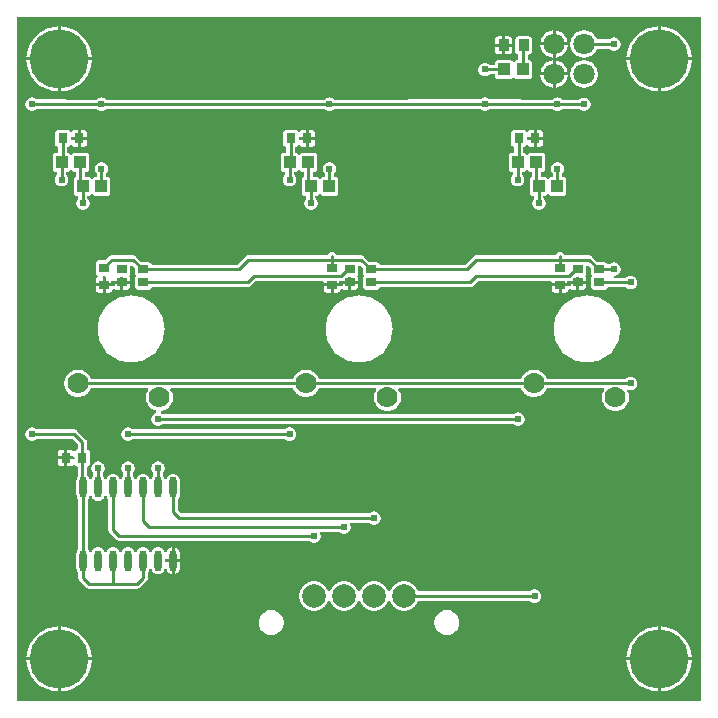
<source format=gtl>
G04 Layer: TopLayer*
G04 Panelize: , Column: 2, Row: 2, Board Size: 58.42mm x 58.42mm, Panelized Board Size: 118.84mm x 118.84mm*
G04 EasyEDA v6.5.34, 2023-09-08 22:49:06*
G04 bc0c5e472efd4090a79f80cef72532b0,5a6b42c53f6a479593ecc07194224c93,10*
G04 Gerber Generator version 0.2*
G04 Scale: 100 percent, Rotated: No, Reflected: No *
G04 Dimensions in millimeters *
G04 leading zeros omitted , absolute positions ,4 integer and 5 decimal *
%FSLAX45Y45*%
%MOMM*%

%ADD10C,0.2540*%
%ADD11R,0.9000X0.7000*%
%ADD12R,0.9000X0.8000*%
%ADD13R,1.0000X1.1000*%
%ADD14R,0.8000X0.9000*%
%ADD15O,0.5999988X1.7999964*%
%ADD16R,0.8999X1.0000*%
%ADD17C,1.7780*%
%ADD18C,5.0000*%
%ADD19C,2.0000*%
%ADD20C,1.8000*%
%ADD21C,0.6096*%
%ADD22C,0.0121*%

%LPD*%
G36*
X5805932Y25908D02*
G01*
X36068Y26416D01*
X32156Y27178D01*
X28905Y29362D01*
X26670Y32664D01*
X25908Y36576D01*
X25908Y5805932D01*
X26670Y5809843D01*
X28905Y5813094D01*
X32156Y5815330D01*
X36068Y5816092D01*
X5805932Y5816092D01*
X5809843Y5815330D01*
X5813094Y5813094D01*
X5815330Y5809843D01*
X5816092Y5805932D01*
X5816092Y36068D01*
X5815330Y32207D01*
X5813094Y28905D01*
X5809843Y26670D01*
G37*

%LPC*%
G36*
X4584700Y5600700D02*
G01*
X4687112Y5600700D01*
X4686960Y5602528D01*
X4684268Y5616803D01*
X4679746Y5630672D01*
X4673549Y5643829D01*
X4665776Y5656122D01*
X4656480Y5667349D01*
X4645863Y5677306D01*
X4634077Y5685840D01*
X4621326Y5692851D01*
X4607814Y5698236D01*
X4593691Y5701842D01*
X4584700Y5702960D01*
G37*
G36*
X5448300Y105613D02*
G01*
X5448300Y368300D01*
X5185410Y368300D01*
X5187289Y346405D01*
X5191150Y323646D01*
X5196890Y301244D01*
X5204460Y279450D01*
X5213858Y258317D01*
X5224983Y238099D01*
X5237784Y218846D01*
X5252161Y200710D01*
X5267960Y183896D01*
X5285130Y168402D01*
X5303520Y154432D01*
X5323027Y142087D01*
X5343499Y131368D01*
X5364835Y122428D01*
X5386781Y115265D01*
X5409285Y109982D01*
X5432145Y106629D01*
G37*
G36*
X368300Y105613D02*
G01*
X368300Y368300D01*
X105410Y368300D01*
X107289Y346405D01*
X111150Y323646D01*
X116890Y301244D01*
X124460Y279450D01*
X133858Y258317D01*
X144983Y238099D01*
X157784Y218846D01*
X172161Y200710D01*
X187960Y183896D01*
X205130Y168402D01*
X223520Y154432D01*
X243027Y142087D01*
X263499Y131368D01*
X284835Y122428D01*
X306781Y115265D01*
X329285Y109982D01*
X352145Y106629D01*
G37*
G36*
X5473700Y393700D02*
G01*
X5736336Y393700D01*
X5735929Y404063D01*
X5733034Y427024D01*
X5728208Y449630D01*
X5721553Y471728D01*
X5713018Y493217D01*
X5702757Y513892D01*
X5690819Y533704D01*
X5677204Y552348D01*
X5662117Y569874D01*
X5645607Y586028D01*
X5627827Y600760D01*
X5608828Y613968D01*
X5588812Y625500D01*
X5567934Y635355D01*
X5546242Y643382D01*
X5523992Y649630D01*
X5501284Y653948D01*
X5478322Y656336D01*
X5473700Y656437D01*
G37*
G36*
X393700Y393700D02*
G01*
X656336Y393700D01*
X655929Y404063D01*
X653034Y427024D01*
X648208Y449630D01*
X641553Y471728D01*
X633018Y493217D01*
X622757Y513892D01*
X610819Y533704D01*
X597204Y552348D01*
X582117Y569874D01*
X565607Y586028D01*
X547827Y600760D01*
X528828Y613968D01*
X508812Y625500D01*
X487934Y635355D01*
X466242Y643382D01*
X443992Y649630D01*
X421284Y653948D01*
X398322Y656336D01*
X393700Y656437D01*
G37*
G36*
X5185410Y393700D02*
G01*
X5448300Y393700D01*
X5448300Y656386D01*
X5432145Y655370D01*
X5409285Y652018D01*
X5386781Y646734D01*
X5364835Y639572D01*
X5343499Y630631D01*
X5323027Y619912D01*
X5303520Y607568D01*
X5285130Y593598D01*
X5267960Y578104D01*
X5252161Y561289D01*
X5237784Y543153D01*
X5224983Y523900D01*
X5213858Y503682D01*
X5204460Y482549D01*
X5196890Y460756D01*
X5191150Y438353D01*
X5187289Y415594D01*
G37*
G36*
X105410Y393700D02*
G01*
X368300Y393700D01*
X368300Y656386D01*
X352145Y655370D01*
X329285Y652018D01*
X306781Y646734D01*
X284835Y639572D01*
X263499Y630631D01*
X243027Y619912D01*
X223520Y607568D01*
X205130Y593598D01*
X187960Y578104D01*
X172161Y561289D01*
X157784Y543153D01*
X144983Y523900D01*
X133858Y503682D01*
X124460Y482549D01*
X116890Y460756D01*
X111150Y438353D01*
X107289Y415594D01*
G37*
G36*
X2177440Y583488D02*
G01*
X2191258Y584403D01*
X2204821Y587095D01*
X2217978Y591566D01*
X2230374Y597662D01*
X2241905Y605383D01*
X2252319Y614527D01*
X2261463Y624941D01*
X2269134Y636422D01*
X2275281Y648868D01*
X2279700Y661974D01*
X2282444Y675538D01*
X2283307Y689356D01*
X2282444Y703224D01*
X2279700Y716788D01*
X2275281Y729894D01*
X2269134Y742340D01*
X2261463Y753821D01*
X2252319Y764235D01*
X2241905Y773379D01*
X2230374Y781100D01*
X2217978Y787196D01*
X2204821Y791667D01*
X2191258Y794359D01*
X2177440Y795274D01*
X2163622Y794359D01*
X2150059Y791667D01*
X2136902Y787196D01*
X2124506Y781100D01*
X2112975Y773379D01*
X2102561Y764235D01*
X2093417Y753821D01*
X2085746Y742340D01*
X2079599Y729894D01*
X2075180Y716788D01*
X2072436Y703224D01*
X2071573Y689356D01*
X2072436Y675538D01*
X2075180Y661974D01*
X2079599Y648868D01*
X2085746Y636422D01*
X2093417Y624941D01*
X2102561Y614527D01*
X2112975Y605383D01*
X2124506Y597662D01*
X2136902Y591566D01*
X2150059Y587095D01*
X2163622Y584403D01*
G37*
G36*
X3664559Y583488D02*
G01*
X3678377Y584403D01*
X3691940Y587095D01*
X3705047Y591566D01*
X3717493Y597662D01*
X3728974Y605383D01*
X3739387Y614527D01*
X3748532Y624941D01*
X3756253Y636422D01*
X3762349Y648868D01*
X3766820Y661974D01*
X3769512Y675538D01*
X3770426Y689356D01*
X3769512Y703224D01*
X3766820Y716788D01*
X3762349Y729894D01*
X3756253Y742340D01*
X3748532Y753821D01*
X3739387Y764235D01*
X3728974Y773379D01*
X3717493Y781100D01*
X3705047Y787196D01*
X3691940Y791667D01*
X3678377Y794359D01*
X3664559Y795274D01*
X3650691Y794359D01*
X3637127Y791667D01*
X3624021Y787196D01*
X3611575Y781100D01*
X3600094Y773379D01*
X3589680Y764235D01*
X3580536Y753821D01*
X3572814Y742340D01*
X3566718Y729894D01*
X3562248Y716788D01*
X3559556Y703224D01*
X3558641Y689356D01*
X3559556Y675538D01*
X3562248Y661974D01*
X3566718Y648868D01*
X3572814Y636422D01*
X3580536Y624941D01*
X3589680Y614527D01*
X3600094Y605383D01*
X3611575Y597662D01*
X3624021Y591566D01*
X3637127Y587095D01*
X3650691Y584403D01*
G37*
G36*
X2540000Y788517D02*
G01*
X2555189Y789432D01*
X2570124Y792175D01*
X2584653Y796696D01*
X2598521Y802894D01*
X2611526Y810768D01*
X2623464Y820166D01*
X2634234Y830884D01*
X2643581Y842873D01*
X2651455Y855878D01*
X2657754Y869797D01*
X2659938Y872947D01*
X2663190Y875080D01*
X2667000Y875792D01*
X2670810Y875080D01*
X2674061Y872947D01*
X2676245Y869797D01*
X2682544Y855878D01*
X2690418Y842873D01*
X2699766Y830884D01*
X2710535Y820166D01*
X2722473Y810768D01*
X2735478Y802894D01*
X2749346Y796696D01*
X2763875Y792175D01*
X2778810Y789432D01*
X2794000Y788517D01*
X2809189Y789432D01*
X2824124Y792175D01*
X2838653Y796696D01*
X2852521Y802894D01*
X2865526Y810768D01*
X2877464Y820166D01*
X2888234Y830884D01*
X2897581Y842873D01*
X2905455Y855878D01*
X2911754Y869797D01*
X2913938Y872947D01*
X2917190Y875080D01*
X2921000Y875792D01*
X2924810Y875080D01*
X2928061Y872947D01*
X2930245Y869797D01*
X2936544Y855878D01*
X2944418Y842873D01*
X2953766Y830884D01*
X2964535Y820166D01*
X2976473Y810768D01*
X2989478Y802894D01*
X3003346Y796696D01*
X3017875Y792175D01*
X3032810Y789432D01*
X3048000Y788517D01*
X3063189Y789432D01*
X3078124Y792175D01*
X3092653Y796696D01*
X3106521Y802894D01*
X3119526Y810768D01*
X3131464Y820166D01*
X3142234Y830884D01*
X3151581Y842873D01*
X3159455Y855878D01*
X3165754Y869797D01*
X3167938Y872947D01*
X3171190Y875080D01*
X3175000Y875792D01*
X3178810Y875080D01*
X3182061Y872947D01*
X3184245Y869797D01*
X3190544Y855878D01*
X3198418Y842873D01*
X3207766Y830884D01*
X3218535Y820166D01*
X3230473Y810768D01*
X3243478Y802894D01*
X3257346Y796696D01*
X3271875Y792175D01*
X3286810Y789432D01*
X3302000Y788517D01*
X3317189Y789432D01*
X3332124Y792175D01*
X3346653Y796696D01*
X3360521Y802894D01*
X3373526Y810768D01*
X3385464Y820166D01*
X3396234Y830884D01*
X3405581Y842873D01*
X3413455Y855878D01*
X3419754Y869797D01*
X3421938Y872947D01*
X3425190Y875080D01*
X3429000Y875792D01*
X4361891Y875792D01*
X4365802Y875030D01*
X4369104Y872794D01*
X4370679Y871219D01*
X4378706Y865581D01*
X4387596Y861466D01*
X4397095Y858926D01*
X4406900Y858062D01*
X4416653Y858926D01*
X4426153Y861466D01*
X4435043Y865581D01*
X4443120Y871219D01*
X4450080Y878179D01*
X4455668Y886206D01*
X4459833Y895146D01*
X4462373Y904595D01*
X4463237Y914400D01*
X4462373Y924204D01*
X4459833Y933653D01*
X4455668Y942594D01*
X4450080Y950620D01*
X4443120Y957580D01*
X4435043Y963218D01*
X4426153Y967333D01*
X4416653Y969873D01*
X4406900Y970737D01*
X4397095Y969873D01*
X4387596Y967333D01*
X4378706Y963218D01*
X4370679Y957580D01*
X4369104Y956005D01*
X4365802Y953769D01*
X4361891Y953008D01*
X3429000Y953008D01*
X3425190Y953719D01*
X3421938Y955852D01*
X3419703Y959002D01*
X3413455Y972870D01*
X3405581Y985875D01*
X3396234Y997864D01*
X3385464Y1008634D01*
X3373526Y1017981D01*
X3360521Y1025855D01*
X3346653Y1032103D01*
X3332124Y1036624D01*
X3317189Y1039368D01*
X3302000Y1040282D01*
X3286810Y1039368D01*
X3271875Y1036624D01*
X3257346Y1032103D01*
X3243478Y1025855D01*
X3230473Y1017981D01*
X3218535Y1008634D01*
X3207766Y997864D01*
X3198418Y985875D01*
X3190544Y972870D01*
X3184245Y958951D01*
X3182061Y955802D01*
X3178810Y953719D01*
X3175000Y952957D01*
X3171190Y953719D01*
X3167938Y955802D01*
X3165754Y958951D01*
X3159455Y972870D01*
X3151581Y985875D01*
X3142234Y997864D01*
X3131464Y1008634D01*
X3119526Y1017981D01*
X3106521Y1025855D01*
X3092653Y1032103D01*
X3078124Y1036624D01*
X3063189Y1039368D01*
X3048000Y1040282D01*
X3032810Y1039368D01*
X3017875Y1036624D01*
X3003346Y1032103D01*
X2989478Y1025855D01*
X2976473Y1017981D01*
X2964535Y1008634D01*
X2953766Y997864D01*
X2944418Y985875D01*
X2936544Y972870D01*
X2930245Y958951D01*
X2928061Y955802D01*
X2924810Y953719D01*
X2921000Y952957D01*
X2917190Y953719D01*
X2913938Y955802D01*
X2911754Y958951D01*
X2905455Y972870D01*
X2897581Y985875D01*
X2888234Y997864D01*
X2877464Y1008634D01*
X2865526Y1017981D01*
X2852521Y1025855D01*
X2838653Y1032103D01*
X2824124Y1036624D01*
X2809189Y1039368D01*
X2794000Y1040282D01*
X2778810Y1039368D01*
X2763875Y1036624D01*
X2749346Y1032103D01*
X2735478Y1025855D01*
X2722473Y1017981D01*
X2710535Y1008634D01*
X2699766Y997864D01*
X2690418Y985875D01*
X2682544Y972870D01*
X2676245Y958951D01*
X2674061Y955802D01*
X2670810Y953719D01*
X2667000Y952957D01*
X2663190Y953719D01*
X2659938Y955802D01*
X2657754Y958951D01*
X2651455Y972870D01*
X2643581Y985875D01*
X2634234Y997864D01*
X2623464Y1008634D01*
X2611526Y1017981D01*
X2598521Y1025855D01*
X2584653Y1032103D01*
X2570124Y1036624D01*
X2555189Y1039368D01*
X2540000Y1040282D01*
X2524810Y1039368D01*
X2509875Y1036624D01*
X2495346Y1032103D01*
X2481478Y1025855D01*
X2468473Y1017981D01*
X2456535Y1008634D01*
X2445766Y997864D01*
X2436418Y985875D01*
X2428544Y972870D01*
X2422296Y959053D01*
X2417775Y944524D01*
X2415032Y929538D01*
X2414117Y914400D01*
X2415032Y899210D01*
X2417775Y884275D01*
X2422296Y869746D01*
X2428544Y855878D01*
X2436418Y842873D01*
X2445766Y830884D01*
X2456535Y820166D01*
X2468473Y810768D01*
X2481478Y802894D01*
X2495346Y796696D01*
X2509875Y792175D01*
X2524810Y789432D01*
G37*
G36*
X635508Y977392D02*
G01*
X1040892Y977392D01*
X1048918Y978204D01*
X1056132Y980389D01*
X1062837Y983945D01*
X1069035Y989076D01*
X1119124Y1039164D01*
X1124254Y1045362D01*
X1127810Y1052068D01*
X1129995Y1059281D01*
X1130808Y1067308D01*
X1130808Y1109675D01*
X1131570Y1113586D01*
X1133805Y1116888D01*
X1134973Y1118108D01*
X1140561Y1126083D01*
X1144676Y1134872D01*
X1145895Y1139342D01*
X1147927Y1143203D01*
X1151382Y1145895D01*
X1155700Y1146860D01*
X1159967Y1145895D01*
X1163472Y1143203D01*
X1165504Y1139342D01*
X1166672Y1134872D01*
X1170787Y1126083D01*
X1176375Y1118108D01*
X1183284Y1111199D01*
X1191260Y1105611D01*
X1200099Y1101496D01*
X1209497Y1098956D01*
X1219200Y1098143D01*
X1228902Y1098956D01*
X1238300Y1101496D01*
X1247140Y1105611D01*
X1255115Y1111199D01*
X1261973Y1118108D01*
X1267561Y1126083D01*
X1271676Y1134872D01*
X1272895Y1139342D01*
X1274927Y1143203D01*
X1278382Y1145895D01*
X1282700Y1146860D01*
X1286967Y1145895D01*
X1290472Y1143203D01*
X1292504Y1139342D01*
X1293672Y1134872D01*
X1297787Y1126083D01*
X1303375Y1118108D01*
X1310284Y1111199D01*
X1318260Y1105611D01*
X1327099Y1101496D01*
X1333500Y1099769D01*
X1333500Y1201318D01*
X1285240Y1201318D01*
X1281379Y1202080D01*
X1278077Y1204264D01*
X1275892Y1207566D01*
X1275080Y1211478D01*
X1275080Y1216558D01*
X1275892Y1220419D01*
X1278077Y1223721D01*
X1281379Y1225905D01*
X1285240Y1226718D01*
X1333500Y1226718D01*
X1333500Y1328216D01*
X1327099Y1326489D01*
X1318260Y1322374D01*
X1310284Y1316786D01*
X1303375Y1309928D01*
X1297787Y1301953D01*
X1293672Y1293114D01*
X1292504Y1288694D01*
X1290472Y1284782D01*
X1286967Y1282090D01*
X1282700Y1281125D01*
X1278382Y1282090D01*
X1274927Y1284782D01*
X1272895Y1288694D01*
X1271676Y1293114D01*
X1267561Y1301953D01*
X1261973Y1309928D01*
X1255115Y1316786D01*
X1247140Y1322374D01*
X1238300Y1326489D01*
X1228902Y1329029D01*
X1219200Y1329842D01*
X1209497Y1329029D01*
X1200099Y1326489D01*
X1191260Y1322374D01*
X1183284Y1316786D01*
X1176375Y1309928D01*
X1170787Y1301953D01*
X1166672Y1293114D01*
X1165504Y1288694D01*
X1163472Y1284782D01*
X1159967Y1282090D01*
X1155700Y1281125D01*
X1151382Y1282090D01*
X1147927Y1284782D01*
X1145895Y1288694D01*
X1144676Y1293114D01*
X1140561Y1301953D01*
X1134973Y1309928D01*
X1128115Y1316786D01*
X1120140Y1322374D01*
X1111300Y1326489D01*
X1101902Y1329029D01*
X1092200Y1329842D01*
X1082497Y1329029D01*
X1073099Y1326489D01*
X1064260Y1322374D01*
X1056284Y1316786D01*
X1049375Y1309928D01*
X1043787Y1301953D01*
X1039672Y1293114D01*
X1038504Y1288694D01*
X1036472Y1284782D01*
X1032967Y1282090D01*
X1028700Y1281125D01*
X1024382Y1282090D01*
X1020927Y1284782D01*
X1018895Y1288694D01*
X1017676Y1293114D01*
X1013561Y1301953D01*
X1007973Y1309928D01*
X1001115Y1316786D01*
X993140Y1322374D01*
X984300Y1326489D01*
X974902Y1329029D01*
X965200Y1329842D01*
X955497Y1329029D01*
X946099Y1326489D01*
X937260Y1322374D01*
X929284Y1316786D01*
X922375Y1309928D01*
X916787Y1301953D01*
X912672Y1293114D01*
X911504Y1288694D01*
X909472Y1284782D01*
X905967Y1282090D01*
X901700Y1281125D01*
X897382Y1282090D01*
X893927Y1284782D01*
X891895Y1288694D01*
X890676Y1293114D01*
X886561Y1301953D01*
X880973Y1309928D01*
X874115Y1316786D01*
X866140Y1322374D01*
X857300Y1326489D01*
X847902Y1329029D01*
X838200Y1329842D01*
X828497Y1329029D01*
X819099Y1326489D01*
X810260Y1322374D01*
X802284Y1316786D01*
X795375Y1309928D01*
X789787Y1301953D01*
X785672Y1293114D01*
X784504Y1288694D01*
X782472Y1284782D01*
X778967Y1282090D01*
X774700Y1281125D01*
X770382Y1282090D01*
X766927Y1284782D01*
X764895Y1288694D01*
X763676Y1293114D01*
X759561Y1301953D01*
X753973Y1309928D01*
X747115Y1316786D01*
X739140Y1322374D01*
X730300Y1326489D01*
X720902Y1329029D01*
X711200Y1329842D01*
X701497Y1329029D01*
X692099Y1326489D01*
X683260Y1322374D01*
X675284Y1316786D01*
X668375Y1309928D01*
X662787Y1301953D01*
X658672Y1293114D01*
X657504Y1288694D01*
X655472Y1284782D01*
X651967Y1282090D01*
X647700Y1281125D01*
X643382Y1282090D01*
X639927Y1284782D01*
X637895Y1288694D01*
X636676Y1293114D01*
X632561Y1301953D01*
X626973Y1309928D01*
X625805Y1311097D01*
X623570Y1314399D01*
X622808Y1318310D01*
X622808Y1729689D01*
X623570Y1733600D01*
X625805Y1736852D01*
X626973Y1738071D01*
X632561Y1746046D01*
X636676Y1754886D01*
X637895Y1759305D01*
X639927Y1763217D01*
X643382Y1765909D01*
X647700Y1766824D01*
X651967Y1765909D01*
X655472Y1763217D01*
X657504Y1759305D01*
X658672Y1754886D01*
X662787Y1746046D01*
X668375Y1738071D01*
X675284Y1731213D01*
X683260Y1725625D01*
X692099Y1721510D01*
X701497Y1718970D01*
X711200Y1718106D01*
X720902Y1718970D01*
X730300Y1721510D01*
X739140Y1725625D01*
X747115Y1731213D01*
X753973Y1738071D01*
X759561Y1746046D01*
X763676Y1754886D01*
X764895Y1759305D01*
X766927Y1763217D01*
X770382Y1765909D01*
X774700Y1766824D01*
X778967Y1765909D01*
X782472Y1763217D01*
X784504Y1759305D01*
X785672Y1754886D01*
X789787Y1746046D01*
X795375Y1738071D01*
X796594Y1736852D01*
X798830Y1733550D01*
X799592Y1729689D01*
X799592Y1473708D01*
X800404Y1465681D01*
X802589Y1458468D01*
X806145Y1451762D01*
X811276Y1445564D01*
X861364Y1395476D01*
X867562Y1390345D01*
X874268Y1386789D01*
X881481Y1384604D01*
X889508Y1383792D01*
X2494991Y1383792D01*
X2498902Y1383030D01*
X2502204Y1380794D01*
X2503779Y1379220D01*
X2511806Y1373581D01*
X2520746Y1369466D01*
X2530195Y1366926D01*
X2540000Y1366062D01*
X2549804Y1366926D01*
X2559253Y1369466D01*
X2568194Y1373581D01*
X2576220Y1379220D01*
X2583180Y1386179D01*
X2588818Y1394206D01*
X2592933Y1403146D01*
X2595473Y1412595D01*
X2596337Y1422400D01*
X2595473Y1432204D01*
X2592933Y1441653D01*
X2591155Y1445514D01*
X2590190Y1449476D01*
X2590850Y1453489D01*
X2593035Y1456893D01*
X2596388Y1459179D01*
X2600350Y1459992D01*
X2748991Y1459992D01*
X2752902Y1459230D01*
X2756204Y1456994D01*
X2757779Y1455420D01*
X2765806Y1449781D01*
X2774746Y1445666D01*
X2784195Y1443126D01*
X2794000Y1442262D01*
X2803804Y1443126D01*
X2813253Y1445666D01*
X2822194Y1449781D01*
X2830220Y1455420D01*
X2837180Y1462379D01*
X2842818Y1470406D01*
X2846933Y1479346D01*
X2849473Y1488795D01*
X2850337Y1498600D01*
X2849473Y1508404D01*
X2846933Y1517853D01*
X2845155Y1521714D01*
X2844190Y1525676D01*
X2844850Y1529689D01*
X2847035Y1533093D01*
X2850388Y1535379D01*
X2854350Y1536192D01*
X3002991Y1536192D01*
X3006902Y1535430D01*
X3010204Y1533194D01*
X3011779Y1531620D01*
X3019806Y1525981D01*
X3028746Y1521866D01*
X3038195Y1519326D01*
X3048000Y1518462D01*
X3057804Y1519326D01*
X3067253Y1521866D01*
X3076194Y1525981D01*
X3084220Y1531620D01*
X3091180Y1538579D01*
X3096818Y1546606D01*
X3100933Y1555546D01*
X3103473Y1564995D01*
X3104337Y1574800D01*
X3103473Y1584604D01*
X3100933Y1594053D01*
X3096818Y1602994D01*
X3091180Y1611020D01*
X3084220Y1617980D01*
X3076194Y1623618D01*
X3067253Y1627733D01*
X3057804Y1630273D01*
X3048000Y1631137D01*
X3038195Y1630273D01*
X3028746Y1627733D01*
X3019806Y1623618D01*
X3011779Y1617980D01*
X3010204Y1616405D01*
X3006902Y1614170D01*
X3002991Y1613408D01*
X1417218Y1613408D01*
X1413306Y1614170D01*
X1410004Y1616405D01*
X1387805Y1638604D01*
X1385570Y1641906D01*
X1384808Y1645818D01*
X1384808Y1729689D01*
X1385570Y1733600D01*
X1387805Y1736852D01*
X1388973Y1738071D01*
X1394561Y1746046D01*
X1398676Y1754886D01*
X1401216Y1764284D01*
X1402080Y1774443D01*
X1402080Y1893570D01*
X1401216Y1903679D01*
X1398676Y1913128D01*
X1394561Y1921916D01*
X1388973Y1929892D01*
X1382115Y1936800D01*
X1374140Y1942388D01*
X1365300Y1946503D01*
X1355902Y1948992D01*
X1346200Y1949856D01*
X1336497Y1948992D01*
X1327099Y1946503D01*
X1318260Y1942388D01*
X1310284Y1936800D01*
X1303375Y1929892D01*
X1297787Y1921916D01*
X1293672Y1913128D01*
X1292504Y1908657D01*
X1290472Y1904796D01*
X1286967Y1902104D01*
X1282700Y1901139D01*
X1278382Y1902104D01*
X1274927Y1904796D01*
X1272895Y1908657D01*
X1271676Y1913128D01*
X1267561Y1921916D01*
X1261973Y1929892D01*
X1260805Y1931111D01*
X1258570Y1934413D01*
X1257808Y1938324D01*
X1257808Y1954275D01*
X1258570Y1958136D01*
X1260805Y1961438D01*
X1262380Y1963013D01*
X1268018Y1971090D01*
X1272133Y1979980D01*
X1274673Y1989480D01*
X1275537Y1999234D01*
X1274673Y2009038D01*
X1272133Y2018538D01*
X1268018Y2027428D01*
X1262380Y2035505D01*
X1255420Y2042414D01*
X1247394Y2048052D01*
X1238453Y2052218D01*
X1229004Y2054758D01*
X1219200Y2055622D01*
X1209395Y2054758D01*
X1199946Y2052218D01*
X1191006Y2048052D01*
X1182979Y2042414D01*
X1176020Y2035505D01*
X1170381Y2027428D01*
X1166266Y2018538D01*
X1163726Y2009038D01*
X1162862Y1999234D01*
X1163726Y1989480D01*
X1166266Y1979980D01*
X1170381Y1971090D01*
X1176020Y1963013D01*
X1177594Y1961438D01*
X1179830Y1958136D01*
X1180592Y1954275D01*
X1180592Y1938324D01*
X1179830Y1934413D01*
X1177594Y1931111D01*
X1176375Y1929892D01*
X1170787Y1921916D01*
X1166672Y1913128D01*
X1165504Y1908657D01*
X1163472Y1904796D01*
X1159967Y1902104D01*
X1155700Y1901139D01*
X1151382Y1902104D01*
X1147927Y1904796D01*
X1145895Y1908657D01*
X1144676Y1913128D01*
X1140561Y1921916D01*
X1134973Y1929892D01*
X1128115Y1936800D01*
X1120140Y1942388D01*
X1111300Y1946503D01*
X1101902Y1948992D01*
X1092200Y1949856D01*
X1082497Y1948992D01*
X1073099Y1946503D01*
X1064260Y1942388D01*
X1056284Y1936800D01*
X1049375Y1929892D01*
X1043787Y1921916D01*
X1039672Y1913128D01*
X1038504Y1908657D01*
X1036472Y1904796D01*
X1032967Y1902104D01*
X1028700Y1901139D01*
X1024382Y1902104D01*
X1020927Y1904796D01*
X1018895Y1908657D01*
X1017676Y1913128D01*
X1013561Y1921916D01*
X1007973Y1929892D01*
X1006805Y1931111D01*
X1004569Y1934413D01*
X1003808Y1938324D01*
X1003808Y1954275D01*
X1004569Y1958187D01*
X1006805Y1961489D01*
X1008380Y1963064D01*
X1014018Y1971090D01*
X1018133Y1980031D01*
X1020673Y1989480D01*
X1021537Y1999284D01*
X1020673Y2009089D01*
X1018133Y2018538D01*
X1014018Y2027478D01*
X1008380Y2035505D01*
X1001420Y2042464D01*
X993394Y2048103D01*
X984453Y2052218D01*
X975004Y2054758D01*
X965200Y2055622D01*
X955395Y2054758D01*
X945946Y2052218D01*
X937006Y2048103D01*
X928979Y2042464D01*
X922019Y2035505D01*
X916381Y2027478D01*
X912266Y2018538D01*
X909726Y2009089D01*
X908862Y1999284D01*
X909726Y1989480D01*
X912266Y1980031D01*
X916381Y1971090D01*
X922019Y1963064D01*
X923594Y1961489D01*
X925830Y1958187D01*
X926592Y1954275D01*
X926592Y1938324D01*
X925830Y1934413D01*
X923594Y1931111D01*
X922375Y1929892D01*
X916787Y1921916D01*
X912672Y1913128D01*
X911504Y1908657D01*
X909472Y1904796D01*
X905967Y1902104D01*
X901700Y1901139D01*
X897382Y1902104D01*
X893927Y1904796D01*
X891895Y1908657D01*
X890676Y1913128D01*
X886561Y1921916D01*
X880973Y1929892D01*
X874115Y1936800D01*
X866140Y1942388D01*
X857300Y1946503D01*
X847902Y1948992D01*
X838200Y1949856D01*
X828497Y1948992D01*
X819099Y1946503D01*
X810260Y1942388D01*
X802284Y1936800D01*
X795375Y1929892D01*
X789787Y1921916D01*
X785672Y1913128D01*
X784504Y1908657D01*
X782472Y1904796D01*
X778967Y1902104D01*
X774700Y1901139D01*
X770382Y1902104D01*
X766927Y1904796D01*
X764895Y1908657D01*
X763676Y1913128D01*
X759561Y1921916D01*
X753973Y1929892D01*
X752805Y1931111D01*
X750570Y1934413D01*
X749808Y1938324D01*
X749808Y1954275D01*
X750570Y1958136D01*
X752805Y1961438D01*
X754380Y1963013D01*
X760018Y1971090D01*
X764133Y1979980D01*
X766673Y1989480D01*
X767537Y1999234D01*
X766673Y2009038D01*
X764133Y2018538D01*
X760018Y2027428D01*
X754380Y2035505D01*
X747420Y2042414D01*
X739394Y2048052D01*
X730453Y2052218D01*
X721004Y2054758D01*
X711200Y2055622D01*
X701395Y2054758D01*
X691946Y2052218D01*
X683006Y2048052D01*
X674979Y2042414D01*
X668070Y2035505D01*
X661771Y2026412D01*
X658520Y2023414D01*
X656031Y2022551D01*
X657453Y2018690D01*
X657199Y2014626D01*
X655726Y2009038D01*
X654862Y1999234D01*
X655726Y1989480D01*
X658266Y1979980D01*
X662381Y1971090D01*
X668020Y1963013D01*
X669594Y1961438D01*
X671830Y1958136D01*
X672592Y1954275D01*
X672592Y1938324D01*
X671830Y1934413D01*
X669594Y1931111D01*
X668375Y1929892D01*
X662787Y1921916D01*
X658672Y1913128D01*
X657504Y1908657D01*
X655472Y1904796D01*
X651967Y1902104D01*
X647700Y1901139D01*
X643382Y1902104D01*
X639927Y1904796D01*
X637895Y1908657D01*
X636676Y1913128D01*
X632561Y1921916D01*
X626973Y1929892D01*
X619607Y1937308D01*
X617372Y1940610D01*
X616610Y1944522D01*
X616610Y2002942D01*
X617474Y2006955D01*
X619861Y2010359D01*
X623417Y2012492D01*
X629208Y2014524D01*
X634085Y2017623D01*
X638200Y2021687D01*
X641604Y2025599D01*
X644956Y2027021D01*
X643788Y2028952D01*
X643331Y2033371D01*
X643890Y2038400D01*
X643890Y2127250D01*
X643178Y2133549D01*
X641248Y2139035D01*
X638200Y2143912D01*
X634085Y2148027D01*
X629208Y2151075D01*
X623417Y2153107D01*
X619861Y2155240D01*
X617474Y2158644D01*
X616610Y2162708D01*
X616610Y2215489D01*
X615797Y2223516D01*
X613613Y2230729D01*
X610057Y2237435D01*
X604926Y2243632D01*
X535635Y2312924D01*
X529437Y2318054D01*
X522732Y2321610D01*
X515518Y2323795D01*
X507492Y2324608D01*
X197408Y2324608D01*
X193497Y2325370D01*
X190195Y2327554D01*
X188620Y2329180D01*
X180594Y2334818D01*
X171653Y2338933D01*
X162204Y2341473D01*
X152400Y2342337D01*
X142595Y2341473D01*
X133146Y2338933D01*
X124206Y2334818D01*
X116179Y2329180D01*
X109220Y2322220D01*
X103581Y2314194D01*
X99466Y2305253D01*
X96926Y2295804D01*
X96062Y2286000D01*
X96926Y2276195D01*
X99466Y2266746D01*
X103581Y2257806D01*
X109220Y2249779D01*
X116179Y2242820D01*
X124206Y2237181D01*
X133146Y2233066D01*
X142595Y2230526D01*
X152400Y2229662D01*
X162204Y2230526D01*
X171653Y2233066D01*
X180594Y2237181D01*
X188620Y2242820D01*
X190195Y2244394D01*
X193497Y2246630D01*
X197358Y2247392D01*
X487781Y2247392D01*
X491693Y2246630D01*
X494995Y2244394D01*
X536397Y2202992D01*
X538632Y2199690D01*
X539394Y2195779D01*
X539394Y2162708D01*
X538530Y2158644D01*
X536143Y2155291D01*
X532587Y2153158D01*
X526745Y2151075D01*
X521868Y2148027D01*
X517753Y2143912D01*
X516585Y2142032D01*
X513791Y2139086D01*
X510032Y2137511D01*
X505968Y2137511D01*
X502208Y2139086D01*
X499414Y2142032D01*
X498195Y2143912D01*
X494131Y2148027D01*
X489204Y2151075D01*
X483768Y2153005D01*
X477418Y2153716D01*
X450697Y2153716D01*
X450697Y2095500D01*
X501904Y2095500D01*
X505815Y2094738D01*
X509117Y2092553D01*
X511301Y2089251D01*
X512064Y2085339D01*
X512064Y2080260D01*
X511301Y2076399D01*
X509117Y2073097D01*
X505815Y2070912D01*
X501904Y2070100D01*
X450697Y2070100D01*
X450697Y2011883D01*
X477418Y2011883D01*
X483768Y2012594D01*
X489204Y2014524D01*
X494131Y2017623D01*
X498195Y2021687D01*
X499414Y2023567D01*
X502208Y2026513D01*
X505968Y2028139D01*
X510032Y2028139D01*
X513791Y2026513D01*
X516585Y2023567D01*
X517753Y2021687D01*
X521868Y2017623D01*
X526745Y2014524D01*
X532587Y2012492D01*
X536143Y2010359D01*
X538530Y2006955D01*
X539394Y2002891D01*
X539394Y1930247D01*
X538937Y1927199D01*
X537565Y1924405D01*
X535787Y1921916D01*
X531672Y1913128D01*
X529183Y1903679D01*
X528269Y1893570D01*
X528269Y1774443D01*
X529183Y1764284D01*
X531672Y1754886D01*
X535787Y1746046D01*
X541375Y1738071D01*
X542594Y1736852D01*
X544830Y1733550D01*
X545592Y1729689D01*
X545592Y1318310D01*
X544830Y1314450D01*
X542594Y1311148D01*
X541375Y1309928D01*
X535787Y1301953D01*
X531672Y1293114D01*
X529183Y1283716D01*
X528269Y1273556D01*
X528269Y1154430D01*
X529183Y1144320D01*
X531672Y1134872D01*
X535787Y1126083D01*
X541375Y1118108D01*
X542594Y1116888D01*
X544830Y1113586D01*
X545592Y1109675D01*
X545592Y1067308D01*
X546404Y1059281D01*
X548589Y1052068D01*
X552145Y1045362D01*
X557276Y1039164D01*
X607364Y989076D01*
X613562Y983945D01*
X620268Y980389D01*
X627481Y978204D01*
G37*
G36*
X1358900Y1099769D02*
G01*
X1365300Y1101496D01*
X1374140Y1105611D01*
X1382115Y1111199D01*
X1388973Y1118108D01*
X1394561Y1126083D01*
X1398676Y1134872D01*
X1401216Y1144320D01*
X1402080Y1154430D01*
X1402080Y1201318D01*
X1358900Y1201318D01*
G37*
G36*
X1358900Y1226718D02*
G01*
X1402080Y1226718D01*
X1402080Y1273556D01*
X1401216Y1283716D01*
X1398676Y1293114D01*
X1394561Y1301953D01*
X1388973Y1309928D01*
X1382115Y1316786D01*
X1374140Y1322374D01*
X1365300Y1326489D01*
X1358900Y1328216D01*
G37*
G36*
X398576Y2011883D02*
G01*
X425297Y2011883D01*
X425297Y2070100D01*
X372110Y2070100D01*
X372110Y2038400D01*
X372821Y2032050D01*
X374700Y2026615D01*
X377799Y2021687D01*
X381914Y2017623D01*
X386791Y2014524D01*
X392226Y2012594D01*
G37*
G36*
X372110Y2095500D02*
G01*
X425297Y2095500D01*
X425297Y2153716D01*
X398576Y2153716D01*
X392226Y2153005D01*
X386791Y2151075D01*
X381914Y2148027D01*
X377799Y2143912D01*
X374700Y2139035D01*
X372821Y2133549D01*
X372110Y2127250D01*
G37*
G36*
X965200Y2229662D02*
G01*
X975004Y2230526D01*
X984453Y2233066D01*
X993394Y2237181D01*
X1001420Y2242820D01*
X1002995Y2244394D01*
X1006297Y2246630D01*
X1010158Y2247392D01*
X2288032Y2247392D01*
X2291892Y2246630D01*
X2295194Y2244394D01*
X2296769Y2242820D01*
X2304796Y2237181D01*
X2313736Y2233066D01*
X2323185Y2230526D01*
X2332990Y2229662D01*
X2342794Y2230526D01*
X2352243Y2233066D01*
X2361184Y2237181D01*
X2369210Y2242820D01*
X2376170Y2249779D01*
X2381808Y2257806D01*
X2385923Y2266746D01*
X2388463Y2276195D01*
X2389327Y2286000D01*
X2388463Y2295804D01*
X2385923Y2305253D01*
X2381808Y2314194D01*
X2376170Y2322220D01*
X2369210Y2329180D01*
X2361184Y2334818D01*
X2352243Y2338933D01*
X2342794Y2341473D01*
X2332990Y2342337D01*
X2323185Y2341473D01*
X2313736Y2338933D01*
X2304796Y2334818D01*
X2296769Y2329180D01*
X2295194Y2327554D01*
X2291892Y2325370D01*
X2287981Y2324608D01*
X1010208Y2324608D01*
X1006297Y2325370D01*
X1002995Y2327554D01*
X1001420Y2329180D01*
X993394Y2334818D01*
X984453Y2338933D01*
X975004Y2341473D01*
X965200Y2342337D01*
X955395Y2341473D01*
X945946Y2338933D01*
X937006Y2334818D01*
X928979Y2329180D01*
X922019Y2322220D01*
X916381Y2314194D01*
X912266Y2305253D01*
X909726Y2295804D01*
X908862Y2286000D01*
X909726Y2276195D01*
X912266Y2266746D01*
X916381Y2257806D01*
X922019Y2249779D01*
X928979Y2242820D01*
X937006Y2237181D01*
X945946Y2233066D01*
X955395Y2230526D01*
G37*
G36*
X1219200Y2356662D02*
G01*
X1229004Y2357526D01*
X1238453Y2360066D01*
X1247394Y2364181D01*
X1255420Y2369820D01*
X1256995Y2371394D01*
X1260297Y2373630D01*
X1264208Y2374392D01*
X4222191Y2374392D01*
X4226102Y2373630D01*
X4229404Y2371394D01*
X4230979Y2369820D01*
X4239006Y2364181D01*
X4247946Y2360066D01*
X4257395Y2357526D01*
X4267200Y2356662D01*
X4277004Y2357526D01*
X4286453Y2360066D01*
X4295394Y2364181D01*
X4303420Y2369820D01*
X4310380Y2376779D01*
X4316018Y2384806D01*
X4320133Y2393746D01*
X4322673Y2403195D01*
X4323537Y2413000D01*
X4322673Y2422804D01*
X4320133Y2432253D01*
X4316018Y2441194D01*
X4310380Y2449220D01*
X4303420Y2456180D01*
X4295394Y2461818D01*
X4286453Y2465933D01*
X4277004Y2468473D01*
X4267200Y2469337D01*
X4257395Y2468473D01*
X4247946Y2465933D01*
X4239006Y2461818D01*
X4230979Y2456180D01*
X4229404Y2454605D01*
X4226102Y2452370D01*
X4222191Y2451608D01*
X1264208Y2451608D01*
X1260297Y2452370D01*
X1256995Y2454605D01*
X1255420Y2456180D01*
X1247394Y2461818D01*
X1245819Y2462530D01*
X1242364Y2465171D01*
X1240332Y2468981D01*
X1240078Y2473299D01*
X1241602Y2477363D01*
X1244752Y2480360D01*
X1248816Y2481834D01*
X1252118Y2482240D01*
X1266088Y2485796D01*
X1279499Y2491130D01*
X1292098Y2498090D01*
X1303782Y2506522D01*
X1314297Y2516428D01*
X1323492Y2527503D01*
X1331214Y2539695D01*
X1337310Y2552750D01*
X1341780Y2566466D01*
X1344472Y2580589D01*
X1345387Y2594965D01*
X1344472Y2609392D01*
X1341780Y2623515D01*
X1337310Y2637231D01*
X1331214Y2650286D01*
X1324508Y2660802D01*
X1323035Y2664815D01*
X1323390Y2669133D01*
X1325422Y2672892D01*
X1328877Y2675483D01*
X1333093Y2676398D01*
X2356104Y2676398D01*
X2359863Y2675686D01*
X2363063Y2673654D01*
X2365298Y2670556D01*
X2370429Y2659684D01*
X2378151Y2647543D01*
X2387346Y2636418D01*
X2397861Y2626563D01*
X2409494Y2618079D01*
X2422144Y2611120D01*
X2435555Y2605836D01*
X2449525Y2602230D01*
X2463800Y2600452D01*
X2478227Y2600452D01*
X2492502Y2602230D01*
X2506472Y2605836D01*
X2519883Y2611120D01*
X2532532Y2618079D01*
X2544165Y2626563D01*
X2554681Y2636418D01*
X2563876Y2647543D01*
X2571597Y2659684D01*
X2576728Y2670556D01*
X2578963Y2673654D01*
X2582164Y2675686D01*
X2585923Y2676398D01*
X3058515Y2676398D01*
X3062732Y2675483D01*
X3066186Y2672892D01*
X3068218Y2669133D01*
X3068574Y2664815D01*
X3067100Y2660802D01*
X3060395Y2650286D01*
X3054299Y2637231D01*
X3049828Y2623515D01*
X3047136Y2609392D01*
X3046222Y2594965D01*
X3047136Y2580589D01*
X3049828Y2566466D01*
X3054299Y2552750D01*
X3060395Y2539695D01*
X3068116Y2527503D01*
X3077311Y2516428D01*
X3087827Y2506522D01*
X3099511Y2498090D01*
X3112109Y2491130D01*
X3125520Y2485796D01*
X3139490Y2482240D01*
X3153816Y2480411D01*
X3168192Y2480411D01*
X3182518Y2482240D01*
X3196488Y2485796D01*
X3209899Y2491130D01*
X3222498Y2498090D01*
X3234182Y2506522D01*
X3244697Y2516428D01*
X3253892Y2527503D01*
X3261614Y2539695D01*
X3267710Y2552750D01*
X3272180Y2566466D01*
X3274872Y2580589D01*
X3275787Y2594965D01*
X3274872Y2609392D01*
X3272180Y2623515D01*
X3267710Y2637231D01*
X3261614Y2650286D01*
X3254908Y2660802D01*
X3253435Y2664815D01*
X3253790Y2669133D01*
X3255822Y2672892D01*
X3259277Y2675483D01*
X3263493Y2676398D01*
X4286504Y2676398D01*
X4290263Y2675686D01*
X4293463Y2673654D01*
X4295698Y2670556D01*
X4300829Y2659684D01*
X4308551Y2647543D01*
X4317746Y2636418D01*
X4328261Y2626563D01*
X4339894Y2618079D01*
X4352544Y2611120D01*
X4365955Y2605836D01*
X4379925Y2602230D01*
X4394200Y2600452D01*
X4408627Y2600452D01*
X4422902Y2602230D01*
X4436872Y2605836D01*
X4450283Y2611120D01*
X4462932Y2618079D01*
X4474565Y2626563D01*
X4485081Y2636418D01*
X4494276Y2647543D01*
X4501997Y2659684D01*
X4507128Y2670556D01*
X4509363Y2673654D01*
X4512564Y2675686D01*
X4516323Y2676398D01*
X4988915Y2676398D01*
X4993132Y2675483D01*
X4996586Y2672892D01*
X4998618Y2669133D01*
X4998974Y2664815D01*
X4997500Y2660802D01*
X4990795Y2650286D01*
X4984699Y2637231D01*
X4980228Y2623515D01*
X4977536Y2609392D01*
X4976622Y2594965D01*
X4977536Y2580589D01*
X4980228Y2566466D01*
X4984699Y2552750D01*
X4990795Y2539695D01*
X4998516Y2527503D01*
X5007711Y2516428D01*
X5018227Y2506522D01*
X5029911Y2498090D01*
X5042509Y2491130D01*
X5055920Y2485796D01*
X5069890Y2482240D01*
X5084216Y2480411D01*
X5098592Y2480411D01*
X5112918Y2482240D01*
X5126888Y2485796D01*
X5140299Y2491130D01*
X5152898Y2498090D01*
X5164582Y2506522D01*
X5175097Y2516428D01*
X5184292Y2527503D01*
X5192014Y2539695D01*
X5198110Y2552750D01*
X5202580Y2566466D01*
X5205272Y2580589D01*
X5206187Y2594965D01*
X5205272Y2609392D01*
X5202580Y2623515D01*
X5198110Y2637231D01*
X5193741Y2646527D01*
X5192826Y2650236D01*
X5193284Y2654046D01*
X5195163Y2657348D01*
X5198110Y2659786D01*
X5201767Y2660954D01*
X5205577Y2660650D01*
X5209895Y2659532D01*
X5219700Y2658668D01*
X5229453Y2659532D01*
X5238953Y2662072D01*
X5247843Y2666187D01*
X5255920Y2671826D01*
X5262829Y2678785D01*
X5268468Y2686812D01*
X5272633Y2695752D01*
X5275173Y2705201D01*
X5276037Y2715006D01*
X5275173Y2724810D01*
X5272633Y2734259D01*
X5268468Y2743200D01*
X5262829Y2751226D01*
X5255920Y2758186D01*
X5247843Y2763824D01*
X5238953Y2767939D01*
X5229453Y2770479D01*
X5219700Y2771343D01*
X5209895Y2770479D01*
X5200396Y2767939D01*
X5191506Y2763824D01*
X5183479Y2758186D01*
X5181904Y2756611D01*
X5178602Y2754376D01*
X5174691Y2753614D01*
X4516323Y2753614D01*
X4512564Y2754325D01*
X4509363Y2756357D01*
X4507128Y2759456D01*
X4501997Y2770327D01*
X4494276Y2782468D01*
X4485081Y2793593D01*
X4474565Y2803448D01*
X4462932Y2811932D01*
X4450283Y2818892D01*
X4436872Y2824175D01*
X4422902Y2827782D01*
X4408627Y2829560D01*
X4394200Y2829560D01*
X4379925Y2827782D01*
X4365955Y2824175D01*
X4352544Y2818892D01*
X4339894Y2811932D01*
X4328261Y2803448D01*
X4317746Y2793593D01*
X4308551Y2782468D01*
X4300829Y2770327D01*
X4295698Y2759456D01*
X4293463Y2756357D01*
X4290263Y2754325D01*
X4286504Y2753614D01*
X2585923Y2753614D01*
X2582164Y2754325D01*
X2578963Y2756357D01*
X2576728Y2759456D01*
X2571597Y2770327D01*
X2563876Y2782468D01*
X2554681Y2793593D01*
X2544165Y2803448D01*
X2532532Y2811932D01*
X2519883Y2818892D01*
X2506472Y2824175D01*
X2492502Y2827782D01*
X2478227Y2829560D01*
X2463800Y2829560D01*
X2449525Y2827782D01*
X2435555Y2824175D01*
X2422144Y2818892D01*
X2409494Y2811932D01*
X2397861Y2803448D01*
X2387346Y2793593D01*
X2378151Y2782468D01*
X2370429Y2770327D01*
X2365298Y2759456D01*
X2363063Y2756357D01*
X2359863Y2754325D01*
X2356104Y2753614D01*
X655523Y2753614D01*
X651764Y2754325D01*
X648563Y2756357D01*
X646328Y2759456D01*
X641197Y2770327D01*
X633476Y2782468D01*
X624281Y2793593D01*
X613765Y2803448D01*
X602132Y2811932D01*
X589483Y2818892D01*
X576072Y2824175D01*
X562102Y2827782D01*
X547827Y2829560D01*
X533400Y2829560D01*
X519125Y2827782D01*
X505155Y2824175D01*
X491743Y2818892D01*
X479094Y2811932D01*
X467461Y2803448D01*
X456946Y2793593D01*
X447751Y2782468D01*
X440029Y2770327D01*
X433882Y2757271D01*
X429412Y2743555D01*
X426720Y2729382D01*
X425805Y2715006D01*
X426720Y2700629D01*
X429412Y2686456D01*
X433882Y2672740D01*
X440029Y2659684D01*
X447751Y2647543D01*
X456946Y2636418D01*
X467461Y2626563D01*
X479094Y2618079D01*
X491743Y2611120D01*
X505155Y2605836D01*
X519125Y2602230D01*
X533400Y2600452D01*
X547827Y2600452D01*
X562102Y2602230D01*
X576072Y2605836D01*
X589483Y2611120D01*
X602132Y2618079D01*
X613765Y2626563D01*
X624281Y2636418D01*
X633476Y2647543D01*
X641197Y2659684D01*
X646328Y2670556D01*
X648563Y2673654D01*
X651764Y2675686D01*
X655523Y2676398D01*
X1128115Y2676398D01*
X1132332Y2675483D01*
X1135786Y2672892D01*
X1137818Y2669133D01*
X1138174Y2664815D01*
X1136700Y2660802D01*
X1129995Y2650286D01*
X1123899Y2637231D01*
X1119428Y2623515D01*
X1116736Y2609392D01*
X1115822Y2594965D01*
X1116736Y2580589D01*
X1119428Y2566466D01*
X1123899Y2552750D01*
X1129995Y2539695D01*
X1137716Y2527503D01*
X1146911Y2516428D01*
X1157427Y2506522D01*
X1169111Y2498090D01*
X1181709Y2491130D01*
X1195120Y2485796D01*
X1198219Y2485034D01*
X1201928Y2483205D01*
X1204620Y2480056D01*
X1205788Y2476144D01*
X1205331Y2472029D01*
X1203299Y2468422D01*
X1199997Y2465984D01*
X1191006Y2461818D01*
X1182979Y2456180D01*
X1176020Y2449220D01*
X1170381Y2441194D01*
X1166266Y2432253D01*
X1163726Y2422804D01*
X1162862Y2413000D01*
X1163726Y2403195D01*
X1166266Y2393746D01*
X1170381Y2384806D01*
X1176020Y2376779D01*
X1182979Y2369820D01*
X1191006Y2364181D01*
X1199946Y2360066D01*
X1209395Y2357526D01*
G37*
G36*
X990600Y2891586D02*
G01*
X1014018Y2892552D01*
X1037234Y2895447D01*
X1060145Y2900273D01*
X1082598Y2906979D01*
X1104442Y2915462D01*
X1125474Y2925775D01*
X1145590Y2937764D01*
X1164640Y2951378D01*
X1182522Y2966516D01*
X1199083Y2983077D01*
X1214221Y3000959D01*
X1227836Y3020009D01*
X1239824Y3040126D01*
X1250137Y3061157D01*
X1258620Y3083001D01*
X1265326Y3105454D01*
X1270152Y3128365D01*
X1273048Y3151581D01*
X1274013Y3175000D01*
X1273048Y3198418D01*
X1270152Y3221634D01*
X1265326Y3244545D01*
X1258620Y3266998D01*
X1250137Y3288842D01*
X1239824Y3309874D01*
X1227836Y3329990D01*
X1214221Y3349040D01*
X1199083Y3366922D01*
X1182522Y3383483D01*
X1164640Y3398621D01*
X1145590Y3412236D01*
X1125474Y3424224D01*
X1104442Y3434537D01*
X1082598Y3443020D01*
X1060145Y3449726D01*
X1037234Y3454552D01*
X1014018Y3457448D01*
X990600Y3458413D01*
X967181Y3457448D01*
X943965Y3454552D01*
X921054Y3449726D01*
X898601Y3443020D01*
X876757Y3434537D01*
X855726Y3424224D01*
X835609Y3412236D01*
X816559Y3398621D01*
X798677Y3383483D01*
X782116Y3366922D01*
X766978Y3349040D01*
X753364Y3329990D01*
X741375Y3309874D01*
X731062Y3288842D01*
X722579Y3266998D01*
X715873Y3244545D01*
X711047Y3221634D01*
X708152Y3198418D01*
X707186Y3175000D01*
X708152Y3151581D01*
X711047Y3128365D01*
X715873Y3105454D01*
X722579Y3083001D01*
X731062Y3061157D01*
X741375Y3040126D01*
X753364Y3020009D01*
X766978Y3000959D01*
X782116Y2983077D01*
X798677Y2966516D01*
X816559Y2951378D01*
X835609Y2937764D01*
X855726Y2925775D01*
X876757Y2915462D01*
X898601Y2906979D01*
X921054Y2900273D01*
X943965Y2895447D01*
X967181Y2892552D01*
G37*
G36*
X2921000Y2891586D02*
G01*
X2944418Y2892552D01*
X2967634Y2895447D01*
X2990545Y2900273D01*
X3012998Y2906979D01*
X3034842Y2915462D01*
X3055874Y2925775D01*
X3075990Y2937764D01*
X3095040Y2951378D01*
X3112922Y2966516D01*
X3129483Y2983077D01*
X3144621Y3000959D01*
X3158236Y3020009D01*
X3170224Y3040126D01*
X3180537Y3061157D01*
X3189020Y3083001D01*
X3195726Y3105454D01*
X3200552Y3128365D01*
X3203448Y3151581D01*
X3204413Y3175000D01*
X3203448Y3198418D01*
X3200552Y3221634D01*
X3195726Y3244545D01*
X3189020Y3266998D01*
X3180537Y3288842D01*
X3170224Y3309874D01*
X3158236Y3329990D01*
X3144621Y3349040D01*
X3129483Y3366922D01*
X3112922Y3383483D01*
X3095040Y3398621D01*
X3075990Y3412236D01*
X3055874Y3424224D01*
X3034842Y3434537D01*
X3012998Y3443020D01*
X2990545Y3449726D01*
X2967634Y3454552D01*
X2944418Y3457448D01*
X2921000Y3458413D01*
X2897581Y3457448D01*
X2874365Y3454552D01*
X2851454Y3449726D01*
X2829001Y3443020D01*
X2807157Y3434537D01*
X2786126Y3424224D01*
X2766009Y3412236D01*
X2746959Y3398621D01*
X2729077Y3383483D01*
X2712516Y3366922D01*
X2697378Y3349040D01*
X2683764Y3329990D01*
X2671775Y3309874D01*
X2661462Y3288842D01*
X2652979Y3266998D01*
X2646273Y3244545D01*
X2641447Y3221634D01*
X2638552Y3198418D01*
X2637586Y3175000D01*
X2638552Y3151581D01*
X2641447Y3128365D01*
X2646273Y3105454D01*
X2652979Y3083001D01*
X2661462Y3061157D01*
X2671775Y3040126D01*
X2683764Y3020009D01*
X2697378Y3000959D01*
X2712516Y2983077D01*
X2729077Y2966516D01*
X2746959Y2951378D01*
X2766009Y2937764D01*
X2786126Y2925775D01*
X2807157Y2915462D01*
X2829001Y2906979D01*
X2851454Y2900273D01*
X2874365Y2895447D01*
X2897581Y2892552D01*
G37*
G36*
X4851400Y2891586D02*
G01*
X4874818Y2892552D01*
X4898034Y2895447D01*
X4920945Y2900273D01*
X4943398Y2906979D01*
X4965242Y2915462D01*
X4986274Y2925775D01*
X5006390Y2937764D01*
X5025440Y2951378D01*
X5043322Y2966516D01*
X5059883Y2983077D01*
X5075021Y3000959D01*
X5088636Y3020009D01*
X5100624Y3040126D01*
X5110937Y3061157D01*
X5119420Y3083001D01*
X5126126Y3105454D01*
X5130952Y3128365D01*
X5133848Y3151581D01*
X5134813Y3175000D01*
X5133848Y3198418D01*
X5130952Y3221634D01*
X5126126Y3244545D01*
X5119420Y3266998D01*
X5110937Y3288842D01*
X5100624Y3309874D01*
X5088636Y3329990D01*
X5075021Y3349040D01*
X5059883Y3366922D01*
X5043322Y3383483D01*
X5025440Y3398621D01*
X5006390Y3412236D01*
X4986274Y3424224D01*
X4965242Y3434537D01*
X4943398Y3443020D01*
X4920945Y3449726D01*
X4898034Y3454552D01*
X4874818Y3457448D01*
X4851400Y3458413D01*
X4827981Y3457448D01*
X4804765Y3454552D01*
X4781854Y3449726D01*
X4759401Y3443020D01*
X4737557Y3434537D01*
X4716526Y3424224D01*
X4696409Y3412236D01*
X4677359Y3398621D01*
X4659477Y3383483D01*
X4642916Y3366922D01*
X4627778Y3349040D01*
X4614164Y3329990D01*
X4602175Y3309874D01*
X4591862Y3288842D01*
X4583379Y3266998D01*
X4576673Y3244545D01*
X4571847Y3221634D01*
X4568952Y3198418D01*
X4567986Y3175000D01*
X4568952Y3151581D01*
X4571847Y3128365D01*
X4576673Y3105454D01*
X4583379Y3083001D01*
X4591862Y3061157D01*
X4602175Y3040126D01*
X4614164Y3020009D01*
X4627778Y3000959D01*
X4642916Y2983077D01*
X4659477Y2966516D01*
X4677359Y2951378D01*
X4696409Y2937764D01*
X4716526Y2925775D01*
X4737557Y2915462D01*
X4759401Y2906979D01*
X4781854Y2900273D01*
X4804765Y2895447D01*
X4827981Y2892552D01*
G37*
G36*
X717550Y3483610D02*
G01*
X749300Y3483610D01*
X749300Y3536797D01*
X691083Y3536797D01*
X691083Y3510076D01*
X691794Y3503726D01*
X693724Y3498291D01*
X696772Y3493363D01*
X700887Y3489299D01*
X705764Y3486200D01*
X711250Y3484321D01*
G37*
G36*
X2647950Y3483610D02*
G01*
X2679700Y3483610D01*
X2679700Y3536797D01*
X2621483Y3536797D01*
X2621483Y3510076D01*
X2622194Y3503726D01*
X2624124Y3498291D01*
X2627172Y3493363D01*
X2631287Y3489299D01*
X2636164Y3486200D01*
X2641650Y3484321D01*
G37*
G36*
X4578350Y3483610D02*
G01*
X4610100Y3483610D01*
X4610100Y3536797D01*
X4551883Y3536797D01*
X4551883Y3510076D01*
X4552594Y3503726D01*
X4554524Y3498291D01*
X4557572Y3493363D01*
X4561687Y3489299D01*
X4566564Y3486200D01*
X4572050Y3484321D01*
G37*
G36*
X774700Y3483610D02*
G01*
X806450Y3483610D01*
X812749Y3484321D01*
X818235Y3486200D01*
X823112Y3489299D01*
X827227Y3493363D01*
X830275Y3498291D01*
X832205Y3503726D01*
X832713Y3508197D01*
X833831Y3511804D01*
X836168Y3514750D01*
X839419Y3516629D01*
X843178Y3517188D01*
X846836Y3516376D01*
X850696Y3513531D01*
X855573Y3510432D01*
X861060Y3508501D01*
X867359Y3507790D01*
X899109Y3507790D01*
X899109Y3556000D01*
X852373Y3556000D01*
X853236Y3552037D01*
X853236Y3546957D01*
X852474Y3543046D01*
X850239Y3539794D01*
X846937Y3537559D01*
X843076Y3536797D01*
X774700Y3536797D01*
G37*
G36*
X2705100Y3483610D02*
G01*
X2736799Y3483610D01*
X2743149Y3484321D01*
X2748584Y3486200D01*
X2753512Y3489299D01*
X2757576Y3493363D01*
X2760675Y3498291D01*
X2762605Y3503726D01*
X2763113Y3508197D01*
X2764180Y3511804D01*
X2766568Y3514750D01*
X2769819Y3516629D01*
X2773578Y3517188D01*
X2777236Y3516376D01*
X2781096Y3513531D01*
X2785973Y3510432D01*
X2791460Y3508501D01*
X2797759Y3507790D01*
X2829509Y3507790D01*
X2829509Y3556000D01*
X2782773Y3556000D01*
X2783636Y3552037D01*
X2783636Y3546957D01*
X2782824Y3543046D01*
X2780639Y3539794D01*
X2777337Y3537559D01*
X2773476Y3536797D01*
X2705100Y3536797D01*
G37*
G36*
X4635500Y3483610D02*
G01*
X4667199Y3483610D01*
X4673549Y3484321D01*
X4678984Y3486200D01*
X4683912Y3489299D01*
X4687976Y3493363D01*
X4691075Y3498291D01*
X4693005Y3503726D01*
X4693462Y3508197D01*
X4694580Y3511804D01*
X4696968Y3514750D01*
X4700219Y3516629D01*
X4703978Y3517188D01*
X4707636Y3516376D01*
X4711496Y3513531D01*
X4716373Y3510432D01*
X4721860Y3508501D01*
X4728159Y3507790D01*
X4759909Y3507790D01*
X4759909Y3556000D01*
X4713173Y3556000D01*
X4714036Y3552037D01*
X4714036Y3546957D01*
X4713224Y3543046D01*
X4711039Y3539794D01*
X4707737Y3537559D01*
X4703876Y3536797D01*
X4635500Y3536797D01*
G37*
G36*
X924509Y3507790D02*
G01*
X956208Y3507790D01*
X962558Y3508501D01*
X967994Y3510432D01*
X972921Y3513531D01*
X976985Y3517595D01*
X980084Y3522522D01*
X982014Y3527958D01*
X982726Y3534308D01*
X982726Y3556000D01*
X924509Y3556000D01*
G37*
G36*
X4785309Y3507790D02*
G01*
X4817008Y3507790D01*
X4823358Y3508501D01*
X4828794Y3510432D01*
X4833721Y3513531D01*
X4837785Y3517595D01*
X4840884Y3522522D01*
X4842814Y3527958D01*
X4843526Y3534308D01*
X4843526Y3556000D01*
X4785309Y3556000D01*
G37*
G36*
X2854909Y3507790D02*
G01*
X2886608Y3507790D01*
X2892958Y3508501D01*
X2898394Y3510432D01*
X2903321Y3513531D01*
X2907385Y3517595D01*
X2910484Y3522522D01*
X2912414Y3527958D01*
X2913126Y3534308D01*
X2913126Y3556000D01*
X2854909Y3556000D01*
G37*
G36*
X1050391Y3507790D02*
G01*
X1139240Y3507790D01*
X1145540Y3508501D01*
X1151026Y3510432D01*
X1155903Y3513531D01*
X1160018Y3517595D01*
X1165504Y3526840D01*
X1168908Y3529228D01*
X1172972Y3530092D01*
X1976374Y3530092D01*
X1984400Y3530904D01*
X1991614Y3533089D01*
X1998319Y3536645D01*
X2004517Y3541776D01*
X2040686Y3577894D01*
X2043988Y3580129D01*
X2047900Y3580892D01*
X2611323Y3580892D01*
X2615234Y3580129D01*
X2618486Y3577894D01*
X2620721Y3574592D01*
X2621483Y3570732D01*
X2621483Y3562197D01*
X2679700Y3562197D01*
X2679700Y3570732D01*
X2680462Y3574592D01*
X2682646Y3577894D01*
X2685948Y3580129D01*
X2689860Y3580892D01*
X2694940Y3580892D01*
X2698800Y3580129D01*
X2702102Y3577894D01*
X2704338Y3574592D01*
X2705100Y3570732D01*
X2705100Y3562197D01*
X2751785Y3562197D01*
X2750972Y3566160D01*
X2750972Y3570732D01*
X2751734Y3574592D01*
X2753969Y3577894D01*
X2757220Y3580129D01*
X2761132Y3580892D01*
X2768092Y3580892D01*
X2773934Y3581400D01*
X2829509Y3581400D01*
X2829509Y3607663D01*
X2830271Y3611524D01*
X2832455Y3614826D01*
X2835757Y3617010D01*
X2839669Y3617823D01*
X2844749Y3617823D01*
X2848610Y3617010D01*
X2851912Y3614826D01*
X2854147Y3611524D01*
X2854909Y3607663D01*
X2854909Y3581400D01*
X2913126Y3581400D01*
X2913126Y3603142D01*
X2912414Y3609441D01*
X2910484Y3614928D01*
X2908350Y3618331D01*
X2906979Y3621836D01*
X2906979Y3625596D01*
X2908350Y3629101D01*
X2910484Y3632504D01*
X2912414Y3637940D01*
X2913126Y3644290D01*
X2913126Y3704742D01*
X2913888Y3708603D01*
X2916072Y3711905D01*
X2919374Y3714140D01*
X2923286Y3714902D01*
X2927146Y3714140D01*
X2930448Y3711905D01*
X2951327Y3691026D01*
X2953512Y3687775D01*
X2954274Y3683863D01*
X2954274Y3644290D01*
X2954985Y3637940D01*
X2956915Y3632504D01*
X2959049Y3629101D01*
X2960420Y3625596D01*
X2960420Y3621836D01*
X2959049Y3618331D01*
X2956915Y3614928D01*
X2954985Y3609441D01*
X2954274Y3603142D01*
X2954274Y3534308D01*
X2954985Y3527958D01*
X2956915Y3522522D01*
X2960014Y3517595D01*
X2964078Y3513531D01*
X2969006Y3510432D01*
X2974441Y3508501D01*
X2980791Y3507790D01*
X3069640Y3507790D01*
X3075940Y3508501D01*
X3081426Y3510432D01*
X3086303Y3513531D01*
X3090418Y3517595D01*
X3095904Y3526840D01*
X3099308Y3529228D01*
X3103372Y3530092D01*
X3860292Y3530092D01*
X3868318Y3530904D01*
X3875532Y3533089D01*
X3882237Y3536645D01*
X3888435Y3541776D01*
X3924604Y3577894D01*
X3927906Y3580129D01*
X3931818Y3580892D01*
X4541723Y3580892D01*
X4545634Y3580129D01*
X4548886Y3577894D01*
X4551121Y3574643D01*
X4551883Y3570732D01*
X4551883Y3562197D01*
X4610100Y3562197D01*
X4610100Y3570732D01*
X4610862Y3574643D01*
X4613046Y3577894D01*
X4616348Y3580129D01*
X4620260Y3580892D01*
X4625340Y3580892D01*
X4629200Y3580129D01*
X4632502Y3577894D01*
X4634738Y3574643D01*
X4635500Y3570732D01*
X4635500Y3562197D01*
X4682185Y3562197D01*
X4681372Y3566160D01*
X4681372Y3570732D01*
X4682134Y3574643D01*
X4684318Y3577894D01*
X4687620Y3580129D01*
X4691532Y3580892D01*
X4698492Y3580892D01*
X4704283Y3581400D01*
X4759909Y3581400D01*
X4759909Y3607663D01*
X4760671Y3611524D01*
X4762855Y3614826D01*
X4766157Y3617010D01*
X4770069Y3617823D01*
X4775149Y3617823D01*
X4779010Y3617010D01*
X4782312Y3614826D01*
X4784496Y3611524D01*
X4785309Y3607663D01*
X4785309Y3581400D01*
X4843526Y3581400D01*
X4843526Y3603142D01*
X4842814Y3609441D01*
X4840884Y3614928D01*
X4838750Y3618331D01*
X4837379Y3621836D01*
X4837379Y3625596D01*
X4838750Y3629101D01*
X4840884Y3632504D01*
X4842814Y3637940D01*
X4843526Y3644290D01*
X4843526Y3704945D01*
X4844288Y3708806D01*
X4846472Y3712108D01*
X4849774Y3714292D01*
X4853686Y3715105D01*
X4857546Y3714292D01*
X4860848Y3712108D01*
X4881727Y3691178D01*
X4883912Y3687876D01*
X4884674Y3684015D01*
X4884674Y3644290D01*
X4885385Y3637940D01*
X4887315Y3632504D01*
X4889449Y3629101D01*
X4890820Y3625596D01*
X4890820Y3621836D01*
X4889449Y3618331D01*
X4887315Y3614928D01*
X4885385Y3609441D01*
X4884674Y3603142D01*
X4884674Y3534308D01*
X4885385Y3527958D01*
X4887315Y3522522D01*
X4890363Y3517595D01*
X4894478Y3513531D01*
X4899355Y3510432D01*
X4904841Y3508501D01*
X4911140Y3507790D01*
X5000040Y3507790D01*
X5006340Y3508501D01*
X5011826Y3510432D01*
X5016703Y3513531D01*
X5020818Y3517595D01*
X5026304Y3526840D01*
X5029657Y3529228D01*
X5033721Y3530092D01*
X5174691Y3530092D01*
X5178602Y3529329D01*
X5181904Y3527094D01*
X5183479Y3525520D01*
X5191506Y3519881D01*
X5200396Y3515766D01*
X5209895Y3513175D01*
X5219700Y3512362D01*
X5229453Y3513175D01*
X5238953Y3515766D01*
X5247843Y3519881D01*
X5255920Y3525520D01*
X5262880Y3532479D01*
X5268468Y3540506D01*
X5272633Y3549396D01*
X5275173Y3558895D01*
X5276037Y3568700D01*
X5275173Y3578453D01*
X5272633Y3587953D01*
X5268468Y3596843D01*
X5262880Y3604920D01*
X5255920Y3611879D01*
X5247843Y3617468D01*
X5238953Y3621633D01*
X5229453Y3624173D01*
X5219700Y3625037D01*
X5209895Y3624173D01*
X5200396Y3621633D01*
X5191506Y3617468D01*
X5183479Y3611879D01*
X5181904Y3610305D01*
X5178602Y3608070D01*
X5174691Y3607308D01*
X5091582Y3607308D01*
X5087518Y3608171D01*
X5084165Y3610559D01*
X5081981Y3614115D01*
X5081473Y3618229D01*
X5082590Y3622192D01*
X5085283Y3625392D01*
X5088940Y3627272D01*
X5099253Y3630066D01*
X5108143Y3634181D01*
X5116220Y3639820D01*
X5123180Y3646779D01*
X5128768Y3654806D01*
X5132933Y3663696D01*
X5135473Y3673195D01*
X5136337Y3683000D01*
X5135473Y3692753D01*
X5132933Y3702253D01*
X5128768Y3711143D01*
X5123180Y3719220D01*
X5116220Y3726179D01*
X5108143Y3731768D01*
X5099253Y3735933D01*
X5089753Y3738473D01*
X5080000Y3739337D01*
X5070195Y3738473D01*
X5060696Y3735933D01*
X5051806Y3731768D01*
X5043779Y3726179D01*
X5040071Y3722471D01*
X5037124Y3720388D01*
X5033568Y3719525D01*
X5029962Y3719931D01*
X5026761Y3721557D01*
X5024323Y3724249D01*
X5020818Y3729837D01*
X5016703Y3733901D01*
X5011826Y3737000D01*
X5006340Y3738930D01*
X5000040Y3739642D01*
X4946650Y3739642D01*
X4942789Y3740404D01*
X4939487Y3742588D01*
X4896104Y3786124D01*
X4889906Y3791204D01*
X4883251Y3794810D01*
X4875987Y3796995D01*
X4868011Y3797808D01*
X4667656Y3797808D01*
X4664049Y3798468D01*
X4660950Y3800348D01*
X4658664Y3803192D01*
X4654854Y3810355D01*
X4650079Y3816197D01*
X4644186Y3820972D01*
X4637532Y3824528D01*
X4630318Y3826713D01*
X4622800Y3827475D01*
X4615281Y3826713D01*
X4608017Y3824528D01*
X4601362Y3820972D01*
X4595520Y3816197D01*
X4590745Y3810355D01*
X4586884Y3803192D01*
X4584649Y3800348D01*
X4581499Y3798468D01*
X4577943Y3797808D01*
X3912108Y3797808D01*
X3904081Y3796995D01*
X3896868Y3794810D01*
X3890162Y3791254D01*
X3883964Y3786124D01*
X3818077Y3720287D01*
X3814775Y3718051D01*
X3810863Y3717290D01*
X3103372Y3717290D01*
X3099308Y3718153D01*
X3095904Y3720541D01*
X3090418Y3729837D01*
X3086303Y3733901D01*
X3081426Y3737000D01*
X3075940Y3738930D01*
X3069640Y3739642D01*
X3016148Y3739642D01*
X3012287Y3740404D01*
X3008985Y3742588D01*
X2965399Y3786124D01*
X2959201Y3791254D01*
X2952496Y3794810D01*
X2945282Y3796995D01*
X2937256Y3797808D01*
X2737205Y3797808D01*
X2733598Y3798468D01*
X2730500Y3800348D01*
X2728214Y3803192D01*
X2724454Y3810254D01*
X2719679Y3816096D01*
X2713837Y3820871D01*
X2707132Y3824427D01*
X2699918Y3826611D01*
X2692400Y3827373D01*
X2684881Y3826611D01*
X2677617Y3824427D01*
X2670962Y3820871D01*
X2665120Y3816096D01*
X2660345Y3810254D01*
X2656586Y3803192D01*
X2654300Y3800348D01*
X2651201Y3798468D01*
X2647594Y3797808D01*
X1981707Y3797808D01*
X1973681Y3796995D01*
X1966468Y3794810D01*
X1959762Y3791254D01*
X1953564Y3786124D01*
X1887677Y3720287D01*
X1884375Y3718051D01*
X1880463Y3717290D01*
X1172972Y3717290D01*
X1168908Y3718153D01*
X1165504Y3720541D01*
X1160018Y3729837D01*
X1155903Y3733901D01*
X1151026Y3737000D01*
X1145540Y3738930D01*
X1139240Y3739642D01*
X1085748Y3739642D01*
X1081887Y3740404D01*
X1078585Y3742588D01*
X1034999Y3786124D01*
X1028801Y3791254D01*
X1022096Y3794810D01*
X1014882Y3796995D01*
X1006856Y3797808D01*
X826008Y3797808D01*
X817981Y3796995D01*
X810768Y3794810D01*
X804062Y3791254D01*
X797864Y3786124D01*
X770077Y3758336D01*
X766775Y3756151D01*
X762863Y3755390D01*
X717550Y3755390D01*
X711250Y3754678D01*
X705764Y3752748D01*
X700887Y3749700D01*
X696772Y3745585D01*
X693724Y3740708D01*
X691794Y3735222D01*
X691083Y3728923D01*
X691083Y3650030D01*
X691794Y3643731D01*
X693724Y3638245D01*
X696772Y3633368D01*
X700887Y3629253D01*
X702767Y3628085D01*
X705713Y3625291D01*
X707288Y3621532D01*
X707288Y3617468D01*
X705713Y3613708D01*
X702767Y3610864D01*
X700887Y3609695D01*
X696772Y3605631D01*
X693724Y3600704D01*
X691794Y3595268D01*
X691083Y3588918D01*
X691083Y3562197D01*
X749300Y3562197D01*
X749300Y3613404D01*
X750062Y3617315D01*
X752297Y3620617D01*
X755548Y3622801D01*
X759460Y3623564D01*
X764540Y3623564D01*
X768400Y3622801D01*
X771702Y3620617D01*
X773938Y3617315D01*
X774700Y3613404D01*
X774700Y3562197D01*
X821385Y3562197D01*
X820572Y3566160D01*
X820572Y3571240D01*
X821334Y3575151D01*
X823569Y3578453D01*
X826820Y3580637D01*
X830732Y3581400D01*
X899109Y3581400D01*
X899109Y3607663D01*
X899871Y3611524D01*
X902055Y3614826D01*
X905357Y3617010D01*
X909269Y3617823D01*
X914349Y3617823D01*
X918210Y3617010D01*
X921512Y3614826D01*
X923747Y3611524D01*
X924509Y3607663D01*
X924509Y3581400D01*
X982726Y3581400D01*
X982726Y3603142D01*
X982014Y3609441D01*
X980084Y3614928D01*
X977950Y3618331D01*
X976579Y3621836D01*
X976579Y3625596D01*
X977950Y3629101D01*
X980084Y3632504D01*
X982014Y3637940D01*
X982726Y3644290D01*
X982726Y3704742D01*
X983487Y3708603D01*
X985672Y3711905D01*
X988974Y3714089D01*
X992886Y3714902D01*
X996746Y3714089D01*
X1000048Y3711905D01*
X1020927Y3691026D01*
X1023112Y3687775D01*
X1023874Y3683863D01*
X1023874Y3644290D01*
X1024585Y3637940D01*
X1026515Y3632504D01*
X1028649Y3629101D01*
X1030020Y3625596D01*
X1030020Y3621836D01*
X1028649Y3618331D01*
X1026515Y3614928D01*
X1024585Y3609441D01*
X1023874Y3603142D01*
X1023874Y3534308D01*
X1024585Y3527958D01*
X1026515Y3522522D01*
X1029614Y3517595D01*
X1033678Y3513531D01*
X1038606Y3510432D01*
X1044041Y3508501D01*
G37*
G36*
X5473700Y105562D02*
G01*
X5478322Y105664D01*
X5501284Y108051D01*
X5523992Y112369D01*
X5546242Y118618D01*
X5567934Y126644D01*
X5588812Y136499D01*
X5608828Y148031D01*
X5627827Y161239D01*
X5645607Y175971D01*
X5662117Y192125D01*
X5677204Y209600D01*
X5690819Y228295D01*
X5702757Y248107D01*
X5713018Y268782D01*
X5721553Y290271D01*
X5728208Y312369D01*
X5733034Y334975D01*
X5735929Y357936D01*
X5736336Y368300D01*
X5473700Y368300D01*
G37*
G36*
X393700Y105562D02*
G01*
X398322Y105664D01*
X421284Y108051D01*
X443992Y112369D01*
X466242Y118618D01*
X487934Y126644D01*
X508812Y136499D01*
X528828Y148031D01*
X547827Y161239D01*
X565607Y175971D01*
X582117Y192125D01*
X597204Y209600D01*
X610819Y228295D01*
X622757Y248107D01*
X633018Y268782D01*
X641553Y290271D01*
X648208Y312369D01*
X653034Y334975D01*
X655929Y357936D01*
X656336Y368300D01*
X393700Y368300D01*
G37*
G36*
X2514600Y4185462D02*
G01*
X2524404Y4186326D01*
X2533853Y4188866D01*
X2542794Y4192981D01*
X2550820Y4198620D01*
X2557780Y4205579D01*
X2563418Y4213606D01*
X2567533Y4222546D01*
X2570073Y4231995D01*
X2570937Y4241800D01*
X2570073Y4251604D01*
X2567533Y4261053D01*
X2563418Y4269994D01*
X2557780Y4278020D01*
X2552395Y4283405D01*
X2550261Y4286554D01*
X2549398Y4290212D01*
X2549956Y4293971D01*
X2551887Y4297222D01*
X2554833Y4299610D01*
X2558440Y4300677D01*
X2566568Y4301591D01*
X2572004Y4303471D01*
X2576931Y4306570D01*
X2580995Y4310684D01*
X2582164Y4312564D01*
X2585008Y4315510D01*
X2588768Y4317085D01*
X2592832Y4317085D01*
X2596591Y4315510D01*
X2599385Y4312564D01*
X2600604Y4310684D01*
X2604668Y4306570D01*
X2609596Y4303471D01*
X2615031Y4301591D01*
X2621330Y4300880D01*
X2720238Y4300880D01*
X2726537Y4301591D01*
X2731973Y4303471D01*
X2736900Y4306570D01*
X2740964Y4310684D01*
X2744063Y4315561D01*
X2745994Y4321048D01*
X2746705Y4327347D01*
X2746705Y4436211D01*
X2745994Y4442510D01*
X2744063Y4447997D01*
X2740964Y4452874D01*
X2736900Y4456988D01*
X2731973Y4460087D01*
X2726588Y4461967D01*
X2718562Y4462729D01*
X2715006Y4463745D01*
X2712059Y4466031D01*
X2710078Y4469180D01*
X2709418Y4472838D01*
X2709418Y4485792D01*
X2710180Y4489653D01*
X2712364Y4492955D01*
X2713990Y4494530D01*
X2719628Y4502607D01*
X2723743Y4511497D01*
X2726283Y4520996D01*
X2727147Y4530750D01*
X2726283Y4540554D01*
X2723743Y4550054D01*
X2719628Y4558944D01*
X2713990Y4567021D01*
X2707030Y4573930D01*
X2699004Y4579569D01*
X2690063Y4583734D01*
X2680614Y4586274D01*
X2670810Y4587138D01*
X2661005Y4586274D01*
X2651556Y4583734D01*
X2642616Y4579569D01*
X2634589Y4573930D01*
X2627630Y4567021D01*
X2621991Y4558944D01*
X2617876Y4550054D01*
X2615336Y4540554D01*
X2614472Y4530750D01*
X2615336Y4520996D01*
X2617876Y4511497D01*
X2621991Y4502607D01*
X2627630Y4494530D01*
X2629204Y4493006D01*
X2631440Y4489704D01*
X2632202Y4485792D01*
X2632202Y4472838D01*
X2631490Y4469180D01*
X2629560Y4466031D01*
X2626614Y4463745D01*
X2623007Y4462729D01*
X2614980Y4461967D01*
X2609596Y4460087D01*
X2604668Y4456988D01*
X2600604Y4452874D01*
X2599385Y4450994D01*
X2596591Y4448048D01*
X2592832Y4446473D01*
X2588768Y4446473D01*
X2585008Y4448048D01*
X2582164Y4450994D01*
X2580995Y4452874D01*
X2576931Y4456988D01*
X2572004Y4460087D01*
X2566568Y4461967D01*
X2560218Y4462678D01*
X2541727Y4462678D01*
X2537866Y4463440D01*
X2534564Y4465675D01*
X2532329Y4468977D01*
X2531567Y4472838D01*
X2531567Y4493920D01*
X2532278Y4497578D01*
X2534208Y4500727D01*
X2537155Y4502962D01*
X2540762Y4504029D01*
X2548788Y4504791D01*
X2554173Y4506671D01*
X2559100Y4509770D01*
X2563164Y4513884D01*
X2566263Y4518761D01*
X2568194Y4524248D01*
X2568905Y4530547D01*
X2568905Y4639411D01*
X2568194Y4645710D01*
X2566263Y4651197D01*
X2563164Y4656074D01*
X2559100Y4660188D01*
X2554173Y4663236D01*
X2548737Y4665167D01*
X2542387Y4665878D01*
X2443530Y4665878D01*
X2437231Y4665167D01*
X2431745Y4663236D01*
X2426868Y4660188D01*
X2422753Y4656074D01*
X2421585Y4654194D01*
X2418791Y4651248D01*
X2415032Y4649673D01*
X2410968Y4649673D01*
X2407208Y4651248D01*
X2404364Y4654194D01*
X2403195Y4656074D01*
X2399080Y4660188D01*
X2394204Y4663236D01*
X2388412Y4665268D01*
X2384856Y4667453D01*
X2382418Y4670806D01*
X2381605Y4674870D01*
X2381605Y4708296D01*
X2382418Y4712360D01*
X2384856Y4715713D01*
X2388412Y4717897D01*
X2394204Y4719929D01*
X2399080Y4722977D01*
X2403195Y4727092D01*
X2404364Y4728972D01*
X2407208Y4731918D01*
X2410968Y4733493D01*
X2415032Y4733493D01*
X2418791Y4731918D01*
X2421585Y4728972D01*
X2422753Y4727092D01*
X2426868Y4722977D01*
X2431745Y4719929D01*
X2437231Y4717999D01*
X2443530Y4717288D01*
X2470251Y4717288D01*
X2470251Y4775504D01*
X2419045Y4775504D01*
X2415184Y4776266D01*
X2411882Y4778451D01*
X2409698Y4781753D01*
X2408885Y4785664D01*
X2408885Y4790744D01*
X2409698Y4794605D01*
X2411882Y4797907D01*
X2415184Y4800142D01*
X2419045Y4800904D01*
X2470251Y4800904D01*
X2470251Y4859121D01*
X2443530Y4859121D01*
X2437231Y4858410D01*
X2431745Y4856480D01*
X2426868Y4853381D01*
X2422753Y4849317D01*
X2421585Y4847437D01*
X2418791Y4844491D01*
X2415032Y4842865D01*
X2410968Y4842865D01*
X2407208Y4844491D01*
X2404364Y4847437D01*
X2403195Y4849317D01*
X2399080Y4853381D01*
X2394204Y4856480D01*
X2388768Y4858410D01*
X2382418Y4859121D01*
X2303576Y4859121D01*
X2297226Y4858410D01*
X2291791Y4856480D01*
X2286863Y4853381D01*
X2282799Y4849317D01*
X2279700Y4844389D01*
X2277821Y4838954D01*
X2277110Y4832604D01*
X2277110Y4743754D01*
X2277821Y4737455D01*
X2279700Y4731969D01*
X2282799Y4727092D01*
X2286863Y4722977D01*
X2291791Y4719929D01*
X2297582Y4717897D01*
X2301138Y4715764D01*
X2303526Y4712360D01*
X2304389Y4708296D01*
X2304389Y4676038D01*
X2303627Y4672177D01*
X2301392Y4668875D01*
X2298090Y4666640D01*
X2294229Y4665878D01*
X2283561Y4665878D01*
X2277262Y4665167D01*
X2271776Y4663236D01*
X2266899Y4660188D01*
X2262784Y4656074D01*
X2259685Y4651197D01*
X2257806Y4645710D01*
X2257094Y4639411D01*
X2257094Y4530547D01*
X2257806Y4524248D01*
X2259685Y4518761D01*
X2262784Y4513884D01*
X2266899Y4509770D01*
X2271776Y4506671D01*
X2277160Y4504791D01*
X2285187Y4504029D01*
X2288794Y4502962D01*
X2291740Y4500727D01*
X2293670Y4497578D01*
X2294382Y4493920D01*
X2294382Y4484319D01*
X2293620Y4480407D01*
X2291384Y4477105D01*
X2289810Y4475581D01*
X2284171Y4467504D01*
X2280056Y4458614D01*
X2277516Y4449114D01*
X2276652Y4439310D01*
X2277516Y4429556D01*
X2280056Y4420057D01*
X2284171Y4411167D01*
X2289810Y4403090D01*
X2296769Y4396181D01*
X2304796Y4390542D01*
X2313736Y4386376D01*
X2323185Y4383836D01*
X2332990Y4382973D01*
X2342794Y4383836D01*
X2352243Y4386376D01*
X2361184Y4390542D01*
X2369210Y4396181D01*
X2376170Y4403090D01*
X2381808Y4411167D01*
X2385923Y4420057D01*
X2388463Y4429556D01*
X2389327Y4439310D01*
X2388463Y4449114D01*
X2385923Y4458614D01*
X2381808Y4467504D01*
X2376170Y4475581D01*
X2374544Y4477156D01*
X2372360Y4480458D01*
X2371598Y4484319D01*
X2371598Y4493920D01*
X2372258Y4497578D01*
X2374239Y4500727D01*
X2377186Y4502962D01*
X2380742Y4504029D01*
X2388819Y4504791D01*
X2394204Y4506671D01*
X2399080Y4509770D01*
X2403195Y4513884D01*
X2404364Y4515764D01*
X2407208Y4518710D01*
X2410968Y4520285D01*
X2415032Y4520285D01*
X2418791Y4518710D01*
X2421585Y4515764D01*
X2422753Y4513884D01*
X2426868Y4509770D01*
X2431745Y4506671D01*
X2437180Y4504791D01*
X2445207Y4504029D01*
X2448763Y4502962D01*
X2451709Y4500727D01*
X2453690Y4497578D01*
X2454351Y4493920D01*
X2454351Y4468672D01*
X2453792Y4465320D01*
X2452166Y4462373D01*
X2449626Y4460087D01*
X2444699Y4456988D01*
X2440584Y4452874D01*
X2437485Y4447997D01*
X2435606Y4442510D01*
X2434894Y4436211D01*
X2434894Y4327347D01*
X2435606Y4321048D01*
X2437485Y4315561D01*
X2440584Y4310684D01*
X2444699Y4306570D01*
X2449576Y4303471D01*
X2454960Y4301591D01*
X2462987Y4300829D01*
X2466594Y4299813D01*
X2469540Y4297527D01*
X2471521Y4294378D01*
X2472182Y4290720D01*
X2472182Y4282287D01*
X2471724Y4279239D01*
X2470353Y4276445D01*
X2465781Y4269994D01*
X2461666Y4261053D01*
X2459126Y4251604D01*
X2458262Y4241800D01*
X2459126Y4231995D01*
X2461666Y4222546D01*
X2465781Y4213606D01*
X2471420Y4205579D01*
X2478379Y4198620D01*
X2486406Y4192981D01*
X2495346Y4188866D01*
X2504795Y4186326D01*
G37*
G36*
X584200Y4185462D02*
G01*
X594004Y4186326D01*
X603453Y4188866D01*
X612394Y4192981D01*
X620420Y4198620D01*
X627380Y4205579D01*
X633018Y4213606D01*
X637133Y4222546D01*
X639673Y4231995D01*
X640537Y4241800D01*
X639673Y4251604D01*
X637133Y4261053D01*
X633018Y4269994D01*
X627329Y4278071D01*
X621893Y4283608D01*
X619810Y4286758D01*
X618998Y4290466D01*
X619658Y4294225D01*
X621588Y4297476D01*
X624535Y4299762D01*
X628192Y4300829D01*
X636219Y4301642D01*
X641604Y4303522D01*
X646531Y4306570D01*
X650595Y4310684D01*
X651814Y4312564D01*
X654608Y4315510D01*
X658368Y4317136D01*
X662432Y4317136D01*
X666191Y4315510D01*
X668985Y4312564D01*
X670204Y4310684D01*
X674268Y4306570D01*
X679196Y4303522D01*
X684631Y4301591D01*
X690981Y4300880D01*
X789838Y4300880D01*
X796137Y4301591D01*
X801624Y4303522D01*
X806500Y4306570D01*
X810615Y4310684D01*
X813663Y4315561D01*
X815594Y4321048D01*
X816305Y4327347D01*
X816305Y4436211D01*
X815594Y4442561D01*
X813663Y4447997D01*
X810615Y4452924D01*
X806500Y4456988D01*
X801624Y4460087D01*
X796239Y4461967D01*
X788162Y4462729D01*
X784606Y4463796D01*
X781659Y4466031D01*
X779678Y4469180D01*
X779018Y4472838D01*
X779018Y4485792D01*
X779780Y4489704D01*
X781964Y4493006D01*
X783590Y4494580D01*
X789228Y4502607D01*
X793343Y4511548D01*
X795883Y4520996D01*
X796747Y4530801D01*
X795883Y4540605D01*
X793343Y4550054D01*
X789228Y4558995D01*
X783590Y4567021D01*
X776630Y4573981D01*
X768604Y4579620D01*
X759663Y4583734D01*
X750214Y4586274D01*
X740410Y4587138D01*
X730605Y4586274D01*
X721156Y4583734D01*
X712216Y4579620D01*
X704189Y4573981D01*
X697230Y4567021D01*
X691591Y4558995D01*
X687476Y4550054D01*
X684936Y4540605D01*
X684072Y4530801D01*
X684936Y4520996D01*
X687476Y4511548D01*
X691591Y4502607D01*
X697230Y4494580D01*
X698804Y4493006D01*
X701040Y4489704D01*
X701802Y4485843D01*
X701802Y4472838D01*
X701090Y4469180D01*
X699160Y4466031D01*
X696214Y4463796D01*
X692607Y4462729D01*
X684580Y4461967D01*
X679196Y4460087D01*
X674268Y4456988D01*
X670204Y4452924D01*
X668985Y4450994D01*
X666191Y4448048D01*
X662432Y4446473D01*
X658368Y4446473D01*
X654608Y4448048D01*
X651814Y4450994D01*
X650595Y4452924D01*
X646531Y4456988D01*
X641604Y4460087D01*
X636168Y4461967D01*
X629818Y4462678D01*
X611327Y4462678D01*
X607466Y4463491D01*
X604164Y4465675D01*
X601980Y4468977D01*
X601167Y4472838D01*
X601167Y4493920D01*
X601878Y4497578D01*
X603808Y4500727D01*
X606806Y4503013D01*
X610362Y4504029D01*
X618439Y4504842D01*
X623824Y4506722D01*
X628700Y4509770D01*
X632815Y4513884D01*
X635863Y4518761D01*
X637794Y4524248D01*
X638505Y4530547D01*
X638505Y4639411D01*
X637794Y4645761D01*
X635863Y4651197D01*
X632815Y4656124D01*
X628700Y4660188D01*
X623824Y4663287D01*
X618337Y4665167D01*
X612038Y4665878D01*
X513181Y4665878D01*
X506831Y4665167D01*
X501396Y4663287D01*
X496468Y4660188D01*
X492404Y4656124D01*
X491185Y4654194D01*
X488391Y4651248D01*
X484632Y4649673D01*
X480568Y4649673D01*
X476808Y4651248D01*
X474014Y4654194D01*
X472795Y4656124D01*
X468731Y4660188D01*
X463804Y4663287D01*
X458012Y4665319D01*
X454456Y4667453D01*
X452069Y4670856D01*
X451205Y4674920D01*
X451205Y4708296D01*
X452069Y4712360D01*
X454456Y4715764D01*
X458012Y4717897D01*
X463804Y4719929D01*
X468731Y4723028D01*
X472795Y4727092D01*
X474014Y4728972D01*
X476808Y4731918D01*
X480568Y4733544D01*
X484632Y4733544D01*
X488391Y4731918D01*
X491185Y4728972D01*
X492353Y4727092D01*
X496468Y4723028D01*
X501345Y4719929D01*
X506831Y4717999D01*
X513130Y4717288D01*
X539902Y4717288D01*
X539902Y4775504D01*
X488696Y4775504D01*
X484784Y4776266D01*
X481482Y4778502D01*
X479298Y4781804D01*
X478535Y4785664D01*
X478535Y4790744D01*
X479298Y4794656D01*
X481482Y4797958D01*
X484784Y4800142D01*
X488696Y4800904D01*
X539902Y4800904D01*
X539902Y4859121D01*
X513130Y4859121D01*
X506831Y4858410D01*
X501345Y4856480D01*
X496468Y4853432D01*
X492353Y4849317D01*
X491185Y4847437D01*
X488391Y4844491D01*
X484632Y4842916D01*
X480568Y4842916D01*
X476808Y4844491D01*
X474014Y4847437D01*
X472795Y4849317D01*
X468731Y4853432D01*
X463804Y4856480D01*
X458368Y4858410D01*
X452018Y4859121D01*
X373176Y4859121D01*
X366826Y4858410D01*
X361391Y4856480D01*
X356514Y4853432D01*
X352399Y4849317D01*
X349300Y4844440D01*
X347421Y4838954D01*
X346710Y4832654D01*
X346710Y4743805D01*
X347421Y4737455D01*
X349300Y4732020D01*
X352399Y4727092D01*
X356514Y4723028D01*
X361391Y4719929D01*
X367182Y4717897D01*
X370738Y4715764D01*
X373126Y4712360D01*
X373989Y4708296D01*
X373989Y4676038D01*
X373227Y4672177D01*
X370992Y4668875D01*
X367690Y4666691D01*
X363829Y4665878D01*
X353161Y4665878D01*
X346862Y4665167D01*
X341376Y4663287D01*
X336499Y4660188D01*
X332384Y4656124D01*
X329336Y4651197D01*
X327406Y4645761D01*
X326694Y4639411D01*
X326694Y4530547D01*
X327406Y4524248D01*
X329336Y4518761D01*
X332384Y4513884D01*
X336499Y4509770D01*
X341376Y4506722D01*
X346760Y4504842D01*
X354838Y4504029D01*
X358394Y4503013D01*
X361340Y4500727D01*
X363321Y4497578D01*
X363982Y4493920D01*
X363982Y4484370D01*
X363220Y4480458D01*
X360984Y4477156D01*
X359410Y4475581D01*
X353771Y4467555D01*
X349656Y4458614D01*
X347116Y4449165D01*
X346252Y4439361D01*
X347116Y4429556D01*
X349656Y4420108D01*
X353771Y4411167D01*
X359410Y4403140D01*
X366369Y4396181D01*
X374396Y4390542D01*
X383336Y4386427D01*
X392785Y4383887D01*
X402590Y4383024D01*
X412394Y4383887D01*
X421843Y4386427D01*
X430784Y4390542D01*
X438810Y4396181D01*
X445770Y4403140D01*
X451408Y4411167D01*
X455523Y4420108D01*
X458063Y4429556D01*
X458927Y4439361D01*
X458063Y4449165D01*
X455523Y4458614D01*
X451408Y4467555D01*
X445770Y4475581D01*
X444195Y4477156D01*
X441959Y4480458D01*
X441198Y4484370D01*
X441198Y4493920D01*
X441858Y4497578D01*
X443839Y4500727D01*
X446785Y4503013D01*
X450392Y4504029D01*
X458419Y4504842D01*
X463804Y4506722D01*
X468731Y4509770D01*
X472795Y4513884D01*
X474014Y4515764D01*
X476808Y4518710D01*
X480568Y4520336D01*
X484632Y4520336D01*
X488391Y4518710D01*
X491185Y4515764D01*
X492404Y4513884D01*
X496468Y4509770D01*
X501396Y4506722D01*
X506780Y4504842D01*
X514807Y4504029D01*
X518363Y4503013D01*
X521360Y4500727D01*
X523290Y4497578D01*
X523951Y4493920D01*
X523951Y4468672D01*
X523392Y4465320D01*
X521766Y4462373D01*
X519226Y4460087D01*
X514299Y4456988D01*
X510184Y4452924D01*
X507136Y4447997D01*
X505206Y4442561D01*
X504494Y4436211D01*
X504494Y4327347D01*
X505206Y4321048D01*
X507136Y4315561D01*
X510184Y4310684D01*
X514299Y4306570D01*
X519176Y4303522D01*
X524560Y4301642D01*
X532638Y4300829D01*
X536194Y4299813D01*
X539191Y4297527D01*
X541121Y4294378D01*
X541782Y4290720D01*
X541782Y4282338D01*
X541324Y4279290D01*
X539953Y4276496D01*
X535381Y4269994D01*
X531266Y4261053D01*
X528726Y4251604D01*
X527862Y4241800D01*
X528726Y4231995D01*
X531266Y4222546D01*
X535381Y4213606D01*
X541020Y4205579D01*
X547979Y4198620D01*
X556006Y4192981D01*
X564946Y4188866D01*
X574395Y4186326D01*
G37*
G36*
X565302Y4717288D02*
G01*
X592023Y4717288D01*
X598322Y4717999D01*
X603808Y4719929D01*
X608685Y4723028D01*
X612800Y4727092D01*
X615848Y4732020D01*
X617778Y4737455D01*
X618490Y4743805D01*
X618490Y4775504D01*
X565302Y4775504D01*
G37*
G36*
X4426051Y4717288D02*
G01*
X4452823Y4717288D01*
X4459122Y4717999D01*
X4464558Y4719929D01*
X4469485Y4722977D01*
X4473549Y4727092D01*
X4476648Y4731969D01*
X4478578Y4737455D01*
X4479290Y4743754D01*
X4479290Y4775504D01*
X4426051Y4775504D01*
G37*
G36*
X2495651Y4717288D02*
G01*
X2522423Y4717288D01*
X2528722Y4717999D01*
X2534208Y4719929D01*
X2539085Y4722977D01*
X2543200Y4727092D01*
X2546248Y4731969D01*
X2548178Y4737455D01*
X2548890Y4743754D01*
X2548890Y4775504D01*
X2495651Y4775504D01*
G37*
G36*
X565302Y4800904D02*
G01*
X618490Y4800904D01*
X618490Y4832654D01*
X617778Y4838954D01*
X615848Y4844440D01*
X612800Y4849317D01*
X608685Y4853432D01*
X603808Y4856480D01*
X598322Y4858410D01*
X592023Y4859121D01*
X565302Y4859121D01*
G37*
G36*
X2495651Y4800904D02*
G01*
X2548890Y4800904D01*
X2548890Y4832604D01*
X2548178Y4838954D01*
X2546248Y4844389D01*
X2543200Y4849317D01*
X2539085Y4853381D01*
X2534208Y4856480D01*
X2528722Y4858410D01*
X2522423Y4859121D01*
X2495651Y4859121D01*
G37*
G36*
X4426051Y4800904D02*
G01*
X4479290Y4800904D01*
X4479290Y4832604D01*
X4478578Y4838954D01*
X4476648Y4844389D01*
X4473549Y4849317D01*
X4469485Y4853381D01*
X4464558Y4856480D01*
X4459122Y4858410D01*
X4452823Y4859121D01*
X4426051Y4859121D01*
G37*
G36*
X4826000Y5022138D02*
G01*
X4835804Y5023002D01*
X4845253Y5025542D01*
X4854194Y5029708D01*
X4862220Y5035346D01*
X4869180Y5042255D01*
X4874818Y5050332D01*
X4878933Y5059222D01*
X4881473Y5068722D01*
X4882337Y5078476D01*
X4881473Y5088280D01*
X4878933Y5097780D01*
X4874818Y5106670D01*
X4869180Y5114747D01*
X4862220Y5121656D01*
X4854194Y5127294D01*
X4845253Y5131460D01*
X4835804Y5134000D01*
X4826000Y5134864D01*
X4816195Y5134000D01*
X4806746Y5131460D01*
X4797806Y5127294D01*
X4789779Y5121656D01*
X4788255Y5120182D01*
X4784953Y5117947D01*
X4781042Y5117185D01*
X4646320Y5117490D01*
X4642459Y5118252D01*
X4639157Y5120487D01*
X4637430Y5122214D01*
X4629353Y5127853D01*
X4620463Y5132019D01*
X4610963Y5134559D01*
X4601210Y5135422D01*
X4591405Y5134559D01*
X4581906Y5132019D01*
X4573016Y5127853D01*
X4564938Y5122214D01*
X4563364Y5120640D01*
X4560062Y5118455D01*
X4556201Y5117642D01*
X4032859Y5118557D01*
X4028948Y5119319D01*
X4025696Y5121503D01*
X4024020Y5123180D01*
X4015994Y5128818D01*
X4007053Y5132933D01*
X3997604Y5135473D01*
X3987800Y5136337D01*
X3977995Y5135473D01*
X3968546Y5132933D01*
X3959606Y5128818D01*
X3951579Y5123180D01*
X3949954Y5121554D01*
X3946651Y5119370D01*
X3942791Y5118557D01*
X2715869Y5117642D01*
X2711958Y5118404D01*
X2708656Y5120589D01*
X2707030Y5122214D01*
X2699004Y5127853D01*
X2690063Y5132019D01*
X2680614Y5134559D01*
X2670810Y5135422D01*
X2661005Y5134559D01*
X2651556Y5132019D01*
X2642616Y5127853D01*
X2634589Y5122214D01*
X2633014Y5120640D01*
X2629712Y5118455D01*
X2625801Y5117642D01*
X785418Y5117642D01*
X781507Y5118455D01*
X778205Y5120640D01*
X776630Y5122214D01*
X768604Y5127853D01*
X759663Y5132019D01*
X750214Y5134559D01*
X740410Y5135422D01*
X730605Y5134559D01*
X721156Y5132019D01*
X712216Y5127853D01*
X704189Y5122214D01*
X702614Y5120640D01*
X699312Y5118455D01*
X695401Y5117693D01*
X197408Y5118506D01*
X193548Y5119319D01*
X190246Y5121503D01*
X188620Y5123129D01*
X180594Y5128768D01*
X171653Y5132933D01*
X162204Y5135473D01*
X152400Y5136337D01*
X142595Y5135473D01*
X133146Y5132933D01*
X124206Y5128768D01*
X116179Y5123129D01*
X109220Y5116220D01*
X103581Y5108143D01*
X99466Y5099253D01*
X96926Y5089753D01*
X96062Y5079949D01*
X96926Y5070195D01*
X99466Y5060696D01*
X103581Y5051806D01*
X109220Y5043728D01*
X116179Y5036820D01*
X124206Y5031181D01*
X133146Y5027015D01*
X142595Y5024475D01*
X152400Y5023612D01*
X162204Y5024475D01*
X171653Y5027015D01*
X180594Y5031181D01*
X188620Y5036820D01*
X190144Y5038344D01*
X193446Y5040528D01*
X197358Y5041290D01*
X695452Y5040477D01*
X699312Y5039664D01*
X702614Y5037480D01*
X704189Y5035905D01*
X712216Y5030266D01*
X721156Y5026101D01*
X730605Y5023561D01*
X740410Y5022697D01*
X750214Y5023561D01*
X759663Y5026101D01*
X768604Y5030266D01*
X776630Y5035905D01*
X778205Y5037480D01*
X781507Y5039664D01*
X785418Y5040426D01*
X2625801Y5040426D01*
X2629712Y5039664D01*
X2633014Y5037480D01*
X2634589Y5035905D01*
X2642616Y5030266D01*
X2651556Y5026101D01*
X2661005Y5023561D01*
X2670810Y5022697D01*
X2680614Y5023561D01*
X2690063Y5026101D01*
X2699004Y5030266D01*
X2707030Y5035905D01*
X2708554Y5037429D01*
X2711856Y5039614D01*
X2715768Y5040426D01*
X3942842Y5041341D01*
X3946753Y5040579D01*
X3950055Y5038394D01*
X3951579Y5036820D01*
X3959606Y5031181D01*
X3968546Y5027066D01*
X3977995Y5024526D01*
X3987800Y5023662D01*
X3997604Y5024526D01*
X4007053Y5027066D01*
X4015994Y5031181D01*
X4024020Y5036820D01*
X4025544Y5038344D01*
X4028846Y5040528D01*
X4032707Y5041341D01*
X4556201Y5040426D01*
X4560112Y5039664D01*
X4563364Y5037480D01*
X4564938Y5035905D01*
X4573016Y5030266D01*
X4581906Y5026101D01*
X4591405Y5023561D01*
X4601210Y5022697D01*
X4610963Y5023561D01*
X4620463Y5026101D01*
X4629353Y5030266D01*
X4637430Y5035905D01*
X4638802Y5037277D01*
X4642104Y5039512D01*
X4646015Y5040274D01*
X4780940Y5039969D01*
X4784852Y5039207D01*
X4788103Y5036972D01*
X4789779Y5035346D01*
X4797806Y5029708D01*
X4806746Y5025542D01*
X4816195Y5023002D01*
G37*
G36*
X5473700Y5185562D02*
G01*
X5478322Y5185664D01*
X5501284Y5188051D01*
X5523992Y5192369D01*
X5546242Y5198618D01*
X5567934Y5206644D01*
X5588812Y5216499D01*
X5608828Y5228031D01*
X5627827Y5241239D01*
X5645607Y5255971D01*
X5662117Y5272125D01*
X5677204Y5289600D01*
X5690819Y5308295D01*
X5702757Y5328107D01*
X5713018Y5348782D01*
X5721553Y5370271D01*
X5728208Y5392369D01*
X5733034Y5414975D01*
X5735929Y5437936D01*
X5736336Y5448300D01*
X5473700Y5448300D01*
G37*
G36*
X393700Y5185562D02*
G01*
X398322Y5185664D01*
X421284Y5188051D01*
X443992Y5192369D01*
X466242Y5198618D01*
X487934Y5206644D01*
X508812Y5216499D01*
X528828Y5228031D01*
X547827Y5241239D01*
X565607Y5255971D01*
X582117Y5272125D01*
X597204Y5289600D01*
X610819Y5308295D01*
X622757Y5328107D01*
X633018Y5348782D01*
X641553Y5370271D01*
X648208Y5392369D01*
X653034Y5414975D01*
X655929Y5437936D01*
X656336Y5448300D01*
X393700Y5448300D01*
G37*
G36*
X5448300Y5185613D02*
G01*
X5448300Y5448300D01*
X5185410Y5448300D01*
X5187289Y5426405D01*
X5191150Y5403646D01*
X5196890Y5381244D01*
X5204460Y5359450D01*
X5213858Y5338318D01*
X5224983Y5318099D01*
X5237784Y5298846D01*
X5252161Y5280710D01*
X5267960Y5263896D01*
X5285130Y5248402D01*
X5303520Y5234432D01*
X5323027Y5222087D01*
X5343499Y5211368D01*
X5364835Y5202428D01*
X5386781Y5195265D01*
X5409285Y5189982D01*
X5432145Y5186629D01*
G37*
G36*
X368300Y5185613D02*
G01*
X368300Y5448300D01*
X105410Y5448300D01*
X107289Y5426405D01*
X111150Y5403646D01*
X116890Y5381244D01*
X124460Y5359450D01*
X133858Y5338318D01*
X144983Y5318099D01*
X157784Y5298846D01*
X172161Y5280710D01*
X187960Y5263896D01*
X205130Y5248402D01*
X223520Y5234432D01*
X243027Y5222087D01*
X263499Y5211368D01*
X284835Y5202428D01*
X306781Y5195265D01*
X329285Y5189982D01*
X352145Y5186629D01*
G37*
G36*
X4818735Y5218328D02*
G01*
X4833264Y5218328D01*
X4847691Y5220157D01*
X4861814Y5223764D01*
X4875326Y5229148D01*
X4888077Y5236159D01*
X4899863Y5244693D01*
X4910480Y5254650D01*
X4919776Y5265877D01*
X4927549Y5278170D01*
X4933746Y5291328D01*
X4938268Y5305196D01*
X4940960Y5319471D01*
X4941874Y5334000D01*
X4940960Y5348528D01*
X4938268Y5362803D01*
X4933746Y5376672D01*
X4927549Y5389829D01*
X4919776Y5402122D01*
X4910480Y5413349D01*
X4899863Y5423306D01*
X4888077Y5431840D01*
X4875326Y5438851D01*
X4861814Y5444236D01*
X4847691Y5447842D01*
X4833264Y5449671D01*
X4818735Y5449671D01*
X4804308Y5447842D01*
X4790186Y5444236D01*
X4776673Y5438851D01*
X4763922Y5431840D01*
X4752136Y5423306D01*
X4741519Y5413349D01*
X4732223Y5402122D01*
X4724450Y5389829D01*
X4718253Y5376672D01*
X4713732Y5362803D01*
X4711039Y5348528D01*
X4710125Y5334000D01*
X4711039Y5319471D01*
X4713732Y5305196D01*
X4718253Y5291328D01*
X4724450Y5278170D01*
X4732223Y5265877D01*
X4741519Y5254650D01*
X4752136Y5244693D01*
X4763922Y5236159D01*
X4776673Y5229148D01*
X4790186Y5223764D01*
X4804308Y5220157D01*
G37*
G36*
X4584700Y5219039D02*
G01*
X4593691Y5220157D01*
X4607814Y5223764D01*
X4621326Y5229148D01*
X4634077Y5236159D01*
X4645863Y5244693D01*
X4656480Y5254650D01*
X4665776Y5265877D01*
X4673549Y5278170D01*
X4679746Y5291328D01*
X4684268Y5305196D01*
X4686960Y5319471D01*
X4687112Y5321300D01*
X4584700Y5321300D01*
G37*
G36*
X4559300Y5219039D02*
G01*
X4559300Y5321300D01*
X4456887Y5321300D01*
X4457039Y5319471D01*
X4459732Y5305196D01*
X4464253Y5291328D01*
X4470450Y5278170D01*
X4478223Y5265877D01*
X4487519Y5254650D01*
X4498136Y5244693D01*
X4509922Y5236159D01*
X4522673Y5229148D01*
X4536186Y5223764D01*
X4550308Y5220157D01*
G37*
G36*
X4099661Y5291175D02*
G01*
X4198518Y5291175D01*
X4204868Y5291886D01*
X4210304Y5293817D01*
X4215231Y5296916D01*
X4219295Y5300980D01*
X4220514Y5302859D01*
X4223308Y5305806D01*
X4227068Y5307431D01*
X4231132Y5307431D01*
X4234891Y5305806D01*
X4237685Y5302859D01*
X4238904Y5300980D01*
X4242968Y5296916D01*
X4247896Y5293817D01*
X4253331Y5291886D01*
X4259681Y5291175D01*
X4358538Y5291175D01*
X4364837Y5291886D01*
X4370324Y5293817D01*
X4375200Y5296916D01*
X4379315Y5300980D01*
X4382363Y5305907D01*
X4384294Y5311343D01*
X4385005Y5317693D01*
X4385005Y5426506D01*
X4384294Y5432856D01*
X4382363Y5438292D01*
X4379315Y5443220D01*
X4375200Y5447284D01*
X4370324Y5450382D01*
X4364939Y5452262D01*
X4356862Y5453075D01*
X4353306Y5454091D01*
X4350308Y5456326D01*
X4348378Y5459526D01*
X4347667Y5463184D01*
X4347667Y5489244D01*
X4348378Y5492902D01*
X4350308Y5496052D01*
X4353306Y5498287D01*
X4356862Y5499354D01*
X4364888Y5500116D01*
X4370324Y5501995D01*
X4375200Y5505094D01*
X4379315Y5509158D01*
X4382363Y5514086D01*
X4384294Y5519521D01*
X4385005Y5525871D01*
X4385005Y5624728D01*
X4384294Y5631027D01*
X4382363Y5636514D01*
X4379315Y5641390D01*
X4375200Y5645505D01*
X4370324Y5648604D01*
X4364837Y5650484D01*
X4358538Y5651195D01*
X4269689Y5651195D01*
X4263339Y5650484D01*
X4257903Y5648604D01*
X4252976Y5645505D01*
X4248912Y5641390D01*
X4245813Y5636514D01*
X4243882Y5631027D01*
X4243171Y5624728D01*
X4243171Y5525871D01*
X4243882Y5519521D01*
X4245813Y5514086D01*
X4248912Y5509158D01*
X4252976Y5505094D01*
X4257903Y5501995D01*
X4263694Y5499963D01*
X4267200Y5497830D01*
X4269638Y5494477D01*
X4270451Y5490413D01*
X4270451Y5463184D01*
X4269790Y5459526D01*
X4267860Y5456326D01*
X4264863Y5454091D01*
X4261307Y5453075D01*
X4253280Y5452262D01*
X4247896Y5450382D01*
X4242968Y5447284D01*
X4238904Y5443220D01*
X4237685Y5441340D01*
X4234891Y5438394D01*
X4231132Y5436768D01*
X4227068Y5436768D01*
X4223308Y5438394D01*
X4220514Y5441340D01*
X4219295Y5443220D01*
X4215231Y5447284D01*
X4210304Y5450382D01*
X4204868Y5452313D01*
X4198518Y5453024D01*
X4099661Y5453024D01*
X4093362Y5452313D01*
X4087876Y5450382D01*
X4082999Y5447284D01*
X4078884Y5443220D01*
X4075836Y5438292D01*
X4073906Y5432856D01*
X4073194Y5426506D01*
X4073194Y5420868D01*
X4072432Y5416956D01*
X4070197Y5413705D01*
X4066946Y5411470D01*
X4063034Y5410708D01*
X4032808Y5410708D01*
X4028897Y5411470D01*
X4025595Y5413705D01*
X4024020Y5415280D01*
X4015994Y5420918D01*
X4007053Y5425033D01*
X3997604Y5427573D01*
X3987800Y5428437D01*
X3977995Y5427573D01*
X3968546Y5425033D01*
X3959606Y5420918D01*
X3951579Y5415280D01*
X3944620Y5408320D01*
X3938981Y5400294D01*
X3934866Y5391353D01*
X3932326Y5381904D01*
X3931462Y5372100D01*
X3932326Y5362295D01*
X3934866Y5352846D01*
X3938981Y5343906D01*
X3944620Y5335879D01*
X3951579Y5328920D01*
X3959606Y5323281D01*
X3968546Y5319166D01*
X3977995Y5316626D01*
X3987800Y5315762D01*
X3997604Y5316626D01*
X4007053Y5319166D01*
X4015994Y5323281D01*
X4024020Y5328920D01*
X4025595Y5330494D01*
X4028897Y5332730D01*
X4032808Y5333492D01*
X4063034Y5333492D01*
X4066946Y5332730D01*
X4070197Y5330494D01*
X4072432Y5327243D01*
X4073194Y5323332D01*
X4073194Y5317693D01*
X4073906Y5311343D01*
X4075836Y5305907D01*
X4078884Y5300980D01*
X4082999Y5296916D01*
X4087876Y5293817D01*
X4093362Y5291886D01*
G37*
G36*
X4584700Y5346700D02*
G01*
X4687112Y5346700D01*
X4686960Y5348528D01*
X4684268Y5362803D01*
X4679746Y5376672D01*
X4673549Y5389829D01*
X4665776Y5402122D01*
X4656480Y5413349D01*
X4645863Y5423306D01*
X4634077Y5431840D01*
X4621326Y5438851D01*
X4607814Y5444236D01*
X4593691Y5447842D01*
X4584700Y5448960D01*
G37*
G36*
X4456887Y5346700D02*
G01*
X4559300Y5346700D01*
X4559300Y5448960D01*
X4550308Y5447842D01*
X4536186Y5444236D01*
X4522673Y5438851D01*
X4509922Y5431840D01*
X4498136Y5423306D01*
X4487519Y5413349D01*
X4478223Y5402122D01*
X4470450Y5389829D01*
X4464253Y5376672D01*
X4459732Y5362803D01*
X4457039Y5348528D01*
G37*
G36*
X4818735Y5472328D02*
G01*
X4833264Y5472328D01*
X4847691Y5474157D01*
X4861814Y5477764D01*
X4875326Y5483148D01*
X4888077Y5490159D01*
X4899863Y5498693D01*
X4910480Y5508650D01*
X4919776Y5519877D01*
X4927549Y5532170D01*
X4932934Y5543550D01*
X4935169Y5546648D01*
X4938369Y5548680D01*
X4942128Y5549392D01*
X5034991Y5549392D01*
X5038902Y5548630D01*
X5042204Y5546394D01*
X5043779Y5544820D01*
X5051806Y5539181D01*
X5060696Y5535066D01*
X5070195Y5532526D01*
X5080000Y5531662D01*
X5089753Y5532526D01*
X5099253Y5535066D01*
X5108143Y5539181D01*
X5116220Y5544820D01*
X5123129Y5551779D01*
X5128768Y5559806D01*
X5132933Y5568746D01*
X5135473Y5578195D01*
X5136337Y5588000D01*
X5135473Y5597804D01*
X5132933Y5607253D01*
X5128768Y5616194D01*
X5123129Y5624220D01*
X5116220Y5631180D01*
X5108143Y5636818D01*
X5099253Y5640933D01*
X5089753Y5643473D01*
X5080000Y5644337D01*
X5070195Y5643473D01*
X5060696Y5640933D01*
X5051806Y5636818D01*
X5043779Y5631180D01*
X5042204Y5629605D01*
X5038902Y5627370D01*
X5034991Y5626608D01*
X4942128Y5626608D01*
X4938369Y5627319D01*
X4935169Y5629351D01*
X4932934Y5632450D01*
X4927549Y5643829D01*
X4919776Y5656122D01*
X4910480Y5667349D01*
X4899863Y5677306D01*
X4888077Y5685840D01*
X4875326Y5692851D01*
X4861814Y5698236D01*
X4847691Y5701842D01*
X4833264Y5703671D01*
X4818735Y5703671D01*
X4804308Y5701842D01*
X4790186Y5698236D01*
X4776673Y5692851D01*
X4763922Y5685840D01*
X4752136Y5677306D01*
X4741519Y5667349D01*
X4732223Y5656122D01*
X4724450Y5643829D01*
X4718253Y5630672D01*
X4713732Y5616803D01*
X4711039Y5602528D01*
X4710125Y5588000D01*
X4711039Y5573471D01*
X4713732Y5559196D01*
X4718253Y5545328D01*
X4724450Y5532170D01*
X4732223Y5519877D01*
X4741519Y5508650D01*
X4752136Y5498693D01*
X4763922Y5490159D01*
X4776673Y5483148D01*
X4790186Y5477764D01*
X4804308Y5474157D01*
G37*
G36*
X4559300Y5473039D02*
G01*
X4559300Y5575300D01*
X4456887Y5575300D01*
X4457039Y5573471D01*
X4459732Y5559196D01*
X4464253Y5545328D01*
X4470450Y5532170D01*
X4478223Y5519877D01*
X4487519Y5508650D01*
X4498136Y5498693D01*
X4509922Y5490159D01*
X4522673Y5483148D01*
X4536186Y5477764D01*
X4550308Y5474157D01*
G37*
G36*
X4584700Y5473039D02*
G01*
X4593691Y5474157D01*
X4607814Y5477764D01*
X4621326Y5483148D01*
X4634077Y5490159D01*
X4645863Y5498693D01*
X4656480Y5508650D01*
X4665776Y5519877D01*
X4673549Y5532170D01*
X4679746Y5545328D01*
X4684268Y5559196D01*
X4686960Y5573471D01*
X4687112Y5575300D01*
X4584700Y5575300D01*
G37*
G36*
X5473700Y5473700D02*
G01*
X5736336Y5473700D01*
X5735929Y5484063D01*
X5733034Y5507024D01*
X5728208Y5529630D01*
X5721553Y5551728D01*
X5713018Y5573217D01*
X5702757Y5593892D01*
X5690819Y5613704D01*
X5677204Y5632348D01*
X5662117Y5649874D01*
X5645607Y5666028D01*
X5627827Y5680760D01*
X5608828Y5693968D01*
X5588812Y5705500D01*
X5567934Y5715355D01*
X5546242Y5723382D01*
X5523992Y5729630D01*
X5501284Y5733948D01*
X5478322Y5736336D01*
X5473700Y5736437D01*
G37*
G36*
X393700Y5473700D02*
G01*
X656336Y5473700D01*
X655929Y5484063D01*
X653034Y5507024D01*
X648208Y5529630D01*
X641553Y5551728D01*
X633018Y5573217D01*
X622757Y5593892D01*
X610819Y5613704D01*
X597204Y5632348D01*
X582117Y5649874D01*
X565607Y5666028D01*
X547827Y5680760D01*
X528828Y5693968D01*
X508812Y5705500D01*
X487934Y5715355D01*
X466242Y5723382D01*
X443992Y5729630D01*
X421284Y5733948D01*
X398322Y5736336D01*
X393700Y5736437D01*
G37*
G36*
X5185410Y5473700D02*
G01*
X5448300Y5473700D01*
X5448300Y5736386D01*
X5432145Y5735370D01*
X5409285Y5732018D01*
X5386781Y5726734D01*
X5364835Y5719572D01*
X5343499Y5710631D01*
X5323027Y5699912D01*
X5303520Y5687568D01*
X5285130Y5673598D01*
X5267960Y5658104D01*
X5252161Y5641289D01*
X5237784Y5623153D01*
X5224983Y5603900D01*
X5213858Y5583682D01*
X5204460Y5562549D01*
X5196890Y5540756D01*
X5191150Y5518353D01*
X5187289Y5495594D01*
G37*
G36*
X105410Y5473700D02*
G01*
X368300Y5473700D01*
X368300Y5736386D01*
X352145Y5735370D01*
X329285Y5732018D01*
X306781Y5726734D01*
X284835Y5719572D01*
X263499Y5710631D01*
X243027Y5699912D01*
X223520Y5687568D01*
X205130Y5673598D01*
X187960Y5658104D01*
X172161Y5641289D01*
X157784Y5623153D01*
X144983Y5603900D01*
X133858Y5583682D01*
X124460Y5562549D01*
X116890Y5540756D01*
X111150Y5518353D01*
X107289Y5495594D01*
G37*
G36*
X4156811Y5499404D02*
G01*
X4188510Y5499404D01*
X4194860Y5500116D01*
X4200296Y5501995D01*
X4205224Y5505094D01*
X4209288Y5509158D01*
X4212386Y5514086D01*
X4214266Y5519521D01*
X4214977Y5525871D01*
X4214977Y5562600D01*
X4156811Y5562600D01*
G37*
G36*
X4099661Y5499404D02*
G01*
X4131411Y5499404D01*
X4131411Y5562600D01*
X4073194Y5562600D01*
X4073194Y5525871D01*
X4073906Y5519521D01*
X4075785Y5514086D01*
X4078884Y5509158D01*
X4082999Y5505094D01*
X4087876Y5501995D01*
X4093362Y5500116D01*
G37*
G36*
X4156811Y5588000D02*
G01*
X4214977Y5588000D01*
X4214977Y5624728D01*
X4214266Y5631027D01*
X4212386Y5636514D01*
X4209288Y5641390D01*
X4205224Y5645505D01*
X4200296Y5648604D01*
X4194860Y5650484D01*
X4188510Y5651195D01*
X4156811Y5651195D01*
G37*
G36*
X4073194Y5588000D02*
G01*
X4131411Y5588000D01*
X4131411Y5651195D01*
X4099661Y5651195D01*
X4093362Y5650484D01*
X4087876Y5648604D01*
X4082999Y5645505D01*
X4078884Y5641390D01*
X4075785Y5636514D01*
X4073906Y5631027D01*
X4073194Y5624728D01*
G37*
G36*
X4456887Y5600700D02*
G01*
X4559300Y5600700D01*
X4559300Y5702960D01*
X4550308Y5701842D01*
X4536186Y5698236D01*
X4522673Y5692851D01*
X4509922Y5685840D01*
X4498136Y5677306D01*
X4487519Y5667349D01*
X4478223Y5656122D01*
X4470450Y5643829D01*
X4464253Y5630672D01*
X4459732Y5616803D01*
X4457039Y5602528D01*
G37*
G36*
X4445000Y4185462D02*
G01*
X4454804Y4186326D01*
X4464253Y4188866D01*
X4473194Y4192981D01*
X4481220Y4198620D01*
X4488180Y4205579D01*
X4493818Y4213606D01*
X4497933Y4222546D01*
X4500473Y4231995D01*
X4501337Y4241800D01*
X4500473Y4251604D01*
X4497933Y4261053D01*
X4493818Y4269994D01*
X4488180Y4278020D01*
X4482795Y4283405D01*
X4480661Y4286554D01*
X4479798Y4290212D01*
X4480356Y4293971D01*
X4482287Y4297222D01*
X4485233Y4299610D01*
X4488840Y4300677D01*
X4496968Y4301591D01*
X4502404Y4303471D01*
X4507280Y4306570D01*
X4511395Y4310684D01*
X4512564Y4312564D01*
X4515408Y4315510D01*
X4519168Y4317085D01*
X4523232Y4317085D01*
X4526991Y4315510D01*
X4529785Y4312564D01*
X4530953Y4310684D01*
X4535068Y4306570D01*
X4539945Y4303471D01*
X4545431Y4301591D01*
X4551730Y4300880D01*
X4650587Y4300880D01*
X4656937Y4301591D01*
X4662373Y4303471D01*
X4667300Y4306570D01*
X4671364Y4310684D01*
X4674463Y4315561D01*
X4676394Y4321048D01*
X4677105Y4327347D01*
X4677105Y4436211D01*
X4676394Y4442510D01*
X4674463Y4447997D01*
X4671364Y4452874D01*
X4667300Y4456988D01*
X4662373Y4460087D01*
X4656988Y4461967D01*
X4648962Y4462729D01*
X4645406Y4463745D01*
X4642459Y4466031D01*
X4640478Y4469180D01*
X4639818Y4472838D01*
X4639818Y4485792D01*
X4640580Y4489704D01*
X4642764Y4493006D01*
X4644339Y4494530D01*
X4649978Y4502607D01*
X4654143Y4511497D01*
X4656683Y4520996D01*
X4657547Y4530750D01*
X4656683Y4540554D01*
X4654143Y4550054D01*
X4649978Y4558944D01*
X4644339Y4567021D01*
X4637430Y4573930D01*
X4629353Y4579569D01*
X4620463Y4583734D01*
X4610963Y4586274D01*
X4601210Y4587138D01*
X4591405Y4586274D01*
X4581906Y4583734D01*
X4573016Y4579569D01*
X4564938Y4573930D01*
X4558030Y4567021D01*
X4552391Y4558944D01*
X4548225Y4550054D01*
X4545685Y4540554D01*
X4544822Y4530750D01*
X4545685Y4520996D01*
X4548225Y4511497D01*
X4552391Y4502607D01*
X4558030Y4494530D01*
X4559604Y4492955D01*
X4561789Y4489653D01*
X4562602Y4485792D01*
X4562602Y4472838D01*
X4561890Y4469180D01*
X4559960Y4466031D01*
X4556963Y4463745D01*
X4553407Y4462729D01*
X4545380Y4461967D01*
X4539945Y4460087D01*
X4535068Y4456988D01*
X4530953Y4452874D01*
X4529785Y4450994D01*
X4526991Y4448048D01*
X4523232Y4446473D01*
X4519168Y4446473D01*
X4515408Y4448048D01*
X4512564Y4450994D01*
X4511395Y4452874D01*
X4507280Y4456988D01*
X4502404Y4460087D01*
X4496968Y4461967D01*
X4490618Y4462678D01*
X4472127Y4462678D01*
X4468266Y4463440D01*
X4464964Y4465675D01*
X4462729Y4468977D01*
X4461967Y4472838D01*
X4461967Y4493920D01*
X4462678Y4497578D01*
X4464608Y4500727D01*
X4467555Y4502962D01*
X4471162Y4504029D01*
X4479188Y4504791D01*
X4484573Y4506671D01*
X4489500Y4509770D01*
X4493564Y4513884D01*
X4496663Y4518761D01*
X4498594Y4524248D01*
X4499305Y4530547D01*
X4499305Y4639411D01*
X4498594Y4645710D01*
X4496663Y4651197D01*
X4493564Y4656074D01*
X4489500Y4660188D01*
X4484573Y4663236D01*
X4479137Y4665167D01*
X4472787Y4665878D01*
X4373930Y4665878D01*
X4367631Y4665167D01*
X4362145Y4663236D01*
X4357268Y4660188D01*
X4353153Y4656074D01*
X4351985Y4654194D01*
X4349191Y4651248D01*
X4345432Y4649673D01*
X4341368Y4649673D01*
X4337608Y4651248D01*
X4334764Y4654194D01*
X4333595Y4656074D01*
X4329480Y4660188D01*
X4324604Y4663236D01*
X4318812Y4665268D01*
X4315256Y4667453D01*
X4312818Y4670806D01*
X4312005Y4674870D01*
X4312005Y4708296D01*
X4312818Y4712360D01*
X4315256Y4715713D01*
X4318812Y4717897D01*
X4324604Y4719929D01*
X4329480Y4722977D01*
X4333595Y4727092D01*
X4334764Y4728972D01*
X4337608Y4731918D01*
X4341317Y4733493D01*
X4345432Y4733493D01*
X4349140Y4731918D01*
X4351985Y4728972D01*
X4353153Y4727092D01*
X4357268Y4722977D01*
X4362145Y4719929D01*
X4367631Y4717999D01*
X4373930Y4717288D01*
X4400651Y4717288D01*
X4400651Y4775504D01*
X4349445Y4775504D01*
X4345584Y4776266D01*
X4342282Y4778451D01*
X4340047Y4781753D01*
X4339285Y4785664D01*
X4339285Y4790744D01*
X4340047Y4794605D01*
X4342282Y4797907D01*
X4345584Y4800142D01*
X4349445Y4800904D01*
X4400651Y4800904D01*
X4400651Y4859121D01*
X4373930Y4859121D01*
X4367631Y4858410D01*
X4362145Y4856480D01*
X4357268Y4853381D01*
X4353153Y4849317D01*
X4351985Y4847437D01*
X4349140Y4844491D01*
X4345432Y4842865D01*
X4341317Y4842865D01*
X4337608Y4844491D01*
X4334764Y4847437D01*
X4333595Y4849317D01*
X4329480Y4853381D01*
X4324604Y4856480D01*
X4319117Y4858410D01*
X4312818Y4859121D01*
X4233976Y4859121D01*
X4227626Y4858410D01*
X4222191Y4856480D01*
X4217263Y4853381D01*
X4213199Y4849317D01*
X4210100Y4844389D01*
X4208170Y4838954D01*
X4207459Y4832604D01*
X4207459Y4743754D01*
X4208170Y4737455D01*
X4210100Y4731969D01*
X4213199Y4727092D01*
X4217263Y4722977D01*
X4222191Y4719929D01*
X4227982Y4717897D01*
X4231538Y4715764D01*
X4233926Y4712360D01*
X4234789Y4708296D01*
X4234789Y4676038D01*
X4233976Y4672177D01*
X4231792Y4668875D01*
X4228490Y4666640D01*
X4224629Y4665878D01*
X4213961Y4665878D01*
X4207662Y4665167D01*
X4202176Y4663236D01*
X4197299Y4660188D01*
X4193184Y4656074D01*
X4190085Y4651197D01*
X4188206Y4645710D01*
X4187494Y4639411D01*
X4187494Y4530547D01*
X4188206Y4524248D01*
X4190085Y4518761D01*
X4193184Y4513884D01*
X4197299Y4509770D01*
X4202176Y4506671D01*
X4207560Y4504791D01*
X4215587Y4504029D01*
X4219194Y4502962D01*
X4222140Y4500727D01*
X4224070Y4497578D01*
X4224782Y4493920D01*
X4224782Y4484319D01*
X4224020Y4480407D01*
X4221784Y4477105D01*
X4220210Y4475581D01*
X4214571Y4467504D01*
X4210456Y4458614D01*
X4207916Y4449114D01*
X4207052Y4439310D01*
X4207916Y4429556D01*
X4210456Y4420057D01*
X4214571Y4411167D01*
X4220210Y4403090D01*
X4227169Y4396181D01*
X4235196Y4390542D01*
X4244136Y4386376D01*
X4253585Y4383836D01*
X4263390Y4382973D01*
X4273194Y4383836D01*
X4282643Y4386376D01*
X4291584Y4390542D01*
X4299610Y4396181D01*
X4306570Y4403090D01*
X4312208Y4411167D01*
X4316323Y4420057D01*
X4318863Y4429556D01*
X4319727Y4439310D01*
X4318863Y4449114D01*
X4316323Y4458614D01*
X4312208Y4467504D01*
X4306570Y4475581D01*
X4304944Y4477156D01*
X4302760Y4480458D01*
X4301998Y4484319D01*
X4301998Y4493920D01*
X4302658Y4497578D01*
X4304639Y4500727D01*
X4307586Y4502962D01*
X4311142Y4504029D01*
X4319219Y4504791D01*
X4324604Y4506671D01*
X4329480Y4509770D01*
X4333595Y4513884D01*
X4334764Y4515764D01*
X4337608Y4518710D01*
X4341368Y4520285D01*
X4345432Y4520285D01*
X4349191Y4518710D01*
X4351985Y4515764D01*
X4353153Y4513884D01*
X4357268Y4509770D01*
X4362145Y4506671D01*
X4367580Y4504791D01*
X4375607Y4504029D01*
X4379163Y4502962D01*
X4382109Y4500727D01*
X4384090Y4497578D01*
X4384751Y4493920D01*
X4384751Y4468672D01*
X4384192Y4465320D01*
X4382566Y4462373D01*
X4380026Y4460087D01*
X4375099Y4456988D01*
X4370984Y4452874D01*
X4367885Y4447997D01*
X4366006Y4442510D01*
X4365294Y4436211D01*
X4365294Y4327347D01*
X4366006Y4321048D01*
X4367885Y4315561D01*
X4370984Y4310684D01*
X4375099Y4306570D01*
X4379976Y4303471D01*
X4385360Y4301591D01*
X4393387Y4300829D01*
X4396994Y4299813D01*
X4399940Y4297527D01*
X4401921Y4294378D01*
X4402582Y4290720D01*
X4402582Y4282287D01*
X4402124Y4279239D01*
X4400753Y4276445D01*
X4396181Y4269994D01*
X4392066Y4261053D01*
X4389526Y4251604D01*
X4388662Y4241800D01*
X4389526Y4231995D01*
X4392066Y4222546D01*
X4396181Y4213606D01*
X4401820Y4205579D01*
X4408779Y4198620D01*
X4416806Y4192981D01*
X4425746Y4188866D01*
X4435195Y4186326D01*
G37*

%LPD*%
D10*
X584200Y1214120D02*
G01*
X584200Y1066800D01*
X635000Y1016000D01*
X1041400Y1016000D01*
X1092200Y1066800D01*
X1092200Y1214120D01*
X838200Y1214018D02*
G01*
X838200Y1015997D01*
X152400Y2285994D02*
G01*
X508000Y2285994D01*
X578002Y2215992D01*
X578002Y2082800D01*
X152400Y5080000D02*
G01*
X740410Y5078984D01*
X2514600Y4241800D02*
G01*
X2510790Y4245610D01*
X2510790Y4381779D01*
X4445000Y4241800D02*
G01*
X4441190Y4245610D01*
X4441190Y4381779D01*
X4314093Y5575300D02*
G01*
X4309082Y5570288D01*
X4309082Y5372100D01*
X3302000Y914400D02*
G01*
X4406900Y914400D01*
X711200Y1999249D02*
G01*
X711200Y1834027D01*
X2510800Y4381774D02*
G01*
X2492971Y4399602D01*
X2492971Y4584981D01*
X2332982Y4584981D02*
G01*
X2332982Y4439345D01*
X2332982Y4584981D02*
G01*
X2342984Y4594989D01*
X2342984Y4788181D01*
X4441197Y4381774D02*
G01*
X4423369Y4399602D01*
X4423369Y4584981D01*
X4263379Y4584981D02*
G01*
X4263379Y4439345D01*
X4263379Y4584981D02*
G01*
X4273382Y4594989D01*
X4273382Y4788181D01*
X838200Y1834134D02*
G01*
X838200Y1473200D01*
X889000Y1422400D01*
X2540000Y1422400D01*
X1092200Y1834134D02*
G01*
X1092200Y1549400D01*
X1143000Y1498600D01*
X2794000Y1498600D01*
X1346200Y1834134D02*
G01*
X1346200Y1625600D01*
X1397000Y1574800D01*
X3048000Y1574800D01*
X584200Y1834027D02*
G01*
X577999Y1840227D01*
X577999Y2082787D01*
X584200Y1214013D02*
G01*
X584200Y1834027D01*
X4601194Y4381774D02*
G01*
X4601194Y4530783D01*
X2670797Y4381771D02*
G01*
X2670797Y4530780D01*
X4149090Y5372100D02*
G01*
X3987792Y5372100D01*
X4826000Y5078476D02*
G01*
X4601209Y5078984D01*
X4601209Y5078984D02*
G01*
X3987800Y5080000D01*
X3987800Y5080000D02*
G01*
X2670809Y5078984D01*
X584205Y4241802D02*
G01*
X580410Y4245597D01*
X580410Y4381787D01*
X580410Y4381787D02*
G01*
X562582Y4399615D01*
X562582Y4584994D01*
X402592Y4584994D02*
G01*
X412595Y4595002D01*
X412595Y4788194D01*
X402592Y4584994D02*
G01*
X402592Y4439358D01*
X740404Y4381784D02*
G01*
X740404Y4530793D01*
X2670797Y5079057D02*
G01*
X740420Y5079057D01*
X965200Y2002071D02*
G01*
X965200Y1834027D01*
X2332979Y2285994D02*
G01*
X965197Y2285994D01*
X1219200Y1999249D02*
G01*
X1219200Y1834027D01*
X4267200Y2413000D02*
G01*
X1219200Y2413000D01*
X4401413Y2715005D02*
G01*
X2471013Y2715005D01*
X2471013Y2715005D02*
G01*
X540613Y2715005D01*
X4826000Y5588000D02*
G01*
X5079989Y5588000D01*
X4401311Y2715005D02*
G01*
X5219700Y2715005D01*
X5219700Y3568700D02*
G01*
X4955646Y3568700D01*
X4955542Y3568593D01*
X5080000Y3683000D02*
G01*
X5075697Y3678697D01*
X4955593Y3678697D01*
X4622789Y3689494D02*
G01*
X4622789Y3788918D01*
X2692394Y3689494D02*
G01*
X2692394Y3788808D01*
X4772659Y3678681D02*
G01*
X4758181Y3678681D01*
X4699000Y3619500D01*
X3911600Y3619500D01*
X3860800Y3568700D01*
X3025140Y3568700D01*
X1094739Y3568700D02*
G01*
X1976881Y3568700D01*
X2027681Y3619500D01*
X2768594Y3619492D01*
X2827799Y3678697D01*
X2842188Y3678697D01*
X3025140Y3678681D02*
G01*
X3018281Y3678681D01*
X2937763Y3759200D01*
X1981200Y3759200D01*
X1900681Y3678681D01*
X1094739Y3678681D01*
X4955540Y3678681D02*
G01*
X4948681Y3678681D01*
X4868418Y3759200D01*
X3911600Y3759200D01*
X3831081Y3678681D01*
X3025140Y3678681D01*
X1094739Y3678681D02*
G01*
X1087881Y3678681D01*
X1007363Y3759200D01*
X825500Y3759200D01*
X762000Y3695700D01*
X762000Y3689604D01*
D11*
G01*
X1094816Y3678707D03*
G01*
X911809Y3678707D03*
G01*
X911809Y3568700D03*
G01*
X1094816Y3568700D03*
G01*
X3025216Y3678707D03*
G01*
X2842209Y3678707D03*
G01*
X2842209Y3568700D03*
G01*
X3025216Y3568700D03*
G01*
X4955590Y3678707D03*
G01*
X4772583Y3678707D03*
G01*
X4772583Y3568700D03*
G01*
X4955590Y3568700D03*
D12*
G01*
X762000Y3549497D03*
G01*
X762000Y3689502D03*
G01*
X2692400Y3549497D03*
G01*
X2692400Y3689502D03*
G01*
X4622800Y3549497D03*
G01*
X4622800Y3689502D03*
D13*
G01*
X2332990Y4584979D03*
G01*
X2492984Y4584979D03*
G01*
X2670784Y4381779D03*
G01*
X2510790Y4381779D03*
D14*
G01*
X2342997Y4788179D03*
G01*
X2482977Y4788179D03*
D13*
G01*
X4263390Y4584979D03*
G01*
X4423384Y4584979D03*
G01*
X4601184Y4381779D03*
G01*
X4441190Y4381779D03*
D14*
G01*
X4273372Y4788179D03*
G01*
X4413377Y4788179D03*
D15*
G01*
X1346200Y1834032D03*
G01*
X1219200Y1834032D03*
G01*
X1092200Y1834032D03*
G01*
X965200Y1834032D03*
G01*
X838200Y1834032D03*
G01*
X711200Y1834032D03*
G01*
X584200Y1834032D03*
G01*
X1346200Y1214018D03*
G01*
X1219200Y1214018D03*
G01*
X1092200Y1214018D03*
G01*
X965200Y1214018D03*
G01*
X838200Y1214018D03*
G01*
X711200Y1214018D03*
G01*
X584200Y1214018D03*
D14*
G01*
X437997Y2082800D03*
G01*
X578002Y2082800D03*
D16*
G01*
X4144086Y5575300D03*
G01*
X4314088Y5575300D03*
D13*
G01*
X4149090Y5372100D03*
G01*
X4309084Y5372100D03*
D14*
G01*
X412597Y4788179D03*
G01*
X552602Y4788179D03*
D13*
G01*
X740410Y4381779D03*
G01*
X580415Y4381779D03*
G01*
X402589Y4584979D03*
G01*
X562584Y4584979D03*
D17*
G01*
X4401413Y2715005D03*
G01*
X5091404Y2594990D03*
G01*
X2471013Y2715005D03*
G01*
X3161004Y2594990D03*
G01*
X540613Y2715005D03*
G01*
X1230604Y2594990D03*
D18*
G01*
X381000Y5461000D03*
G01*
X5461000Y5461000D03*
G01*
X5461000Y381000D03*
G01*
X381000Y381000D03*
D19*
G01*
X3048000Y914400D03*
G01*
X2794000Y914400D03*
G01*
X2540000Y914400D03*
G01*
X3302000Y914400D03*
D20*
G01*
X4572000Y5588000D03*
G01*
X4572000Y5334000D03*
G01*
X4826000Y5334000D03*
G01*
X4826000Y5588000D03*
D21*
G01*
X4826000Y5078501D03*
G01*
X4406900Y914400D03*
G01*
X584200Y4241800D03*
G01*
X4445000Y4241800D03*
G01*
X2514600Y4241800D03*
G01*
X711200Y1999259D03*
G01*
X402589Y4439361D03*
G01*
X2332990Y4439335D03*
G01*
X4263390Y4439335D03*
G01*
X2540000Y1422400D03*
G01*
X2794000Y1498600D03*
G01*
X3048000Y1574800D03*
G01*
X4601184Y4530775D03*
G01*
X4601184Y5079060D03*
G01*
X2670809Y5079060D03*
G01*
X2670809Y4530775D03*
G01*
X3987800Y5372100D03*
G01*
X3987800Y5080000D03*
G01*
X740410Y4530801D03*
G01*
X740410Y5079060D03*
G01*
X965200Y1999284D03*
G01*
X965200Y2286000D03*
G01*
X2332990Y2286000D03*
G01*
X1219200Y1999259D03*
G01*
X1219200Y2413000D03*
G01*
X4267200Y2413000D03*
G01*
X152400Y2286000D03*
G01*
X152400Y5079974D03*
G01*
X5080000Y5588000D03*
G01*
X5080000Y3683000D03*
G01*
X5219700Y2715005D03*
G01*
X5219700Y3568700D03*
M02*

</source>
